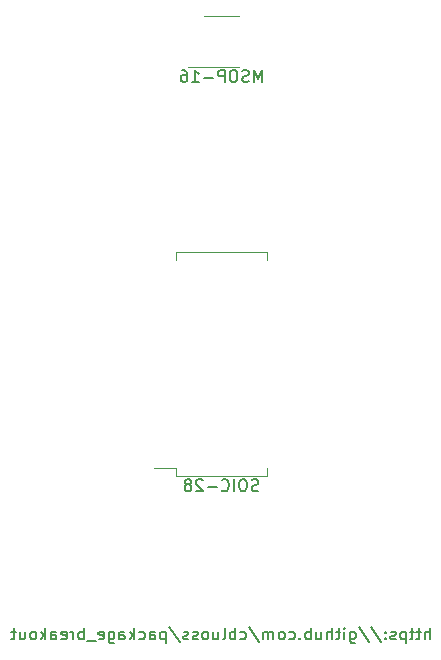
<source format=gbr>
%TF.GenerationSoftware,KiCad,Pcbnew,5.1.5+dfsg1-2build2*%
%TF.CreationDate,2021-12-31T02:56:54+01:00*%
%TF.ProjectId,chip-breakout,63686970-2d62-4726-9561-6b6f75742e6b,rev?*%
%TF.SameCoordinates,Original*%
%TF.FileFunction,Legend,Bot*%
%TF.FilePolarity,Positive*%
%FSLAX46Y46*%
G04 Gerber Fmt 4.6, Leading zero omitted, Abs format (unit mm)*
G04 Created by KiCad (PCBNEW 5.1.5+dfsg1-2build2) date 2021-12-31 02:56:54*
%MOMM*%
%LPD*%
G04 APERTURE LIST*
%ADD10C,0.150000*%
%ADD11C,0.120000*%
%ADD12O,1.802000X1.802000*%
%ADD13R,1.802000X1.802000*%
%ADD14C,0.100000*%
%ADD15C,3.302000*%
%ADD16O,2.502000X1.702000*%
%ADD17R,2.502000X1.702000*%
G04 APERTURE END LIST*
D10*
X137022857Y-84907380D02*
X137022857Y-83907380D01*
X136594285Y-84907380D02*
X136594285Y-84383571D01*
X136641904Y-84288333D01*
X136737142Y-84240714D01*
X136880000Y-84240714D01*
X136975238Y-84288333D01*
X137022857Y-84335952D01*
X136260952Y-84240714D02*
X135880000Y-84240714D01*
X136118095Y-83907380D02*
X136118095Y-84764523D01*
X136070476Y-84859761D01*
X135975238Y-84907380D01*
X135880000Y-84907380D01*
X135689523Y-84240714D02*
X135308571Y-84240714D01*
X135546666Y-83907380D02*
X135546666Y-84764523D01*
X135499047Y-84859761D01*
X135403809Y-84907380D01*
X135308571Y-84907380D01*
X134975238Y-84240714D02*
X134975238Y-85240714D01*
X134975238Y-84288333D02*
X134880000Y-84240714D01*
X134689523Y-84240714D01*
X134594285Y-84288333D01*
X134546666Y-84335952D01*
X134499047Y-84431190D01*
X134499047Y-84716904D01*
X134546666Y-84812142D01*
X134594285Y-84859761D01*
X134689523Y-84907380D01*
X134880000Y-84907380D01*
X134975238Y-84859761D01*
X134118095Y-84859761D02*
X134022857Y-84907380D01*
X133832380Y-84907380D01*
X133737142Y-84859761D01*
X133689523Y-84764523D01*
X133689523Y-84716904D01*
X133737142Y-84621666D01*
X133832380Y-84574047D01*
X133975238Y-84574047D01*
X134070476Y-84526428D01*
X134118095Y-84431190D01*
X134118095Y-84383571D01*
X134070476Y-84288333D01*
X133975238Y-84240714D01*
X133832380Y-84240714D01*
X133737142Y-84288333D01*
X133260952Y-84812142D02*
X133213333Y-84859761D01*
X133260952Y-84907380D01*
X133308571Y-84859761D01*
X133260952Y-84812142D01*
X133260952Y-84907380D01*
X133260952Y-84288333D02*
X133213333Y-84335952D01*
X133260952Y-84383571D01*
X133308571Y-84335952D01*
X133260952Y-84288333D01*
X133260952Y-84383571D01*
X132070476Y-83859761D02*
X132927619Y-85145476D01*
X131022857Y-83859761D02*
X131880000Y-85145476D01*
X130260952Y-84240714D02*
X130260952Y-85050238D01*
X130308571Y-85145476D01*
X130356190Y-85193095D01*
X130451428Y-85240714D01*
X130594285Y-85240714D01*
X130689523Y-85193095D01*
X130260952Y-84859761D02*
X130356190Y-84907380D01*
X130546666Y-84907380D01*
X130641904Y-84859761D01*
X130689523Y-84812142D01*
X130737142Y-84716904D01*
X130737142Y-84431190D01*
X130689523Y-84335952D01*
X130641904Y-84288333D01*
X130546666Y-84240714D01*
X130356190Y-84240714D01*
X130260952Y-84288333D01*
X129784761Y-84907380D02*
X129784761Y-84240714D01*
X129784761Y-83907380D02*
X129832380Y-83955000D01*
X129784761Y-84002619D01*
X129737142Y-83955000D01*
X129784761Y-83907380D01*
X129784761Y-84002619D01*
X129451428Y-84240714D02*
X129070476Y-84240714D01*
X129308571Y-83907380D02*
X129308571Y-84764523D01*
X129260952Y-84859761D01*
X129165714Y-84907380D01*
X129070476Y-84907380D01*
X128737142Y-84907380D02*
X128737142Y-83907380D01*
X128308571Y-84907380D02*
X128308571Y-84383571D01*
X128356190Y-84288333D01*
X128451428Y-84240714D01*
X128594285Y-84240714D01*
X128689523Y-84288333D01*
X128737142Y-84335952D01*
X127403809Y-84240714D02*
X127403809Y-84907380D01*
X127832380Y-84240714D02*
X127832380Y-84764523D01*
X127784761Y-84859761D01*
X127689523Y-84907380D01*
X127546666Y-84907380D01*
X127451428Y-84859761D01*
X127403809Y-84812142D01*
X126927619Y-84907380D02*
X126927619Y-83907380D01*
X126927619Y-84288333D02*
X126832380Y-84240714D01*
X126641904Y-84240714D01*
X126546666Y-84288333D01*
X126499047Y-84335952D01*
X126451428Y-84431190D01*
X126451428Y-84716904D01*
X126499047Y-84812142D01*
X126546666Y-84859761D01*
X126641904Y-84907380D01*
X126832380Y-84907380D01*
X126927619Y-84859761D01*
X126022857Y-84812142D02*
X125975238Y-84859761D01*
X126022857Y-84907380D01*
X126070476Y-84859761D01*
X126022857Y-84812142D01*
X126022857Y-84907380D01*
X125118095Y-84859761D02*
X125213333Y-84907380D01*
X125403809Y-84907380D01*
X125499047Y-84859761D01*
X125546666Y-84812142D01*
X125594285Y-84716904D01*
X125594285Y-84431190D01*
X125546666Y-84335952D01*
X125499047Y-84288333D01*
X125403809Y-84240714D01*
X125213333Y-84240714D01*
X125118095Y-84288333D01*
X124546666Y-84907380D02*
X124641904Y-84859761D01*
X124689523Y-84812142D01*
X124737142Y-84716904D01*
X124737142Y-84431190D01*
X124689523Y-84335952D01*
X124641904Y-84288333D01*
X124546666Y-84240714D01*
X124403809Y-84240714D01*
X124308571Y-84288333D01*
X124260952Y-84335952D01*
X124213333Y-84431190D01*
X124213333Y-84716904D01*
X124260952Y-84812142D01*
X124308571Y-84859761D01*
X124403809Y-84907380D01*
X124546666Y-84907380D01*
X123784761Y-84907380D02*
X123784761Y-84240714D01*
X123784761Y-84335952D02*
X123737142Y-84288333D01*
X123641904Y-84240714D01*
X123499047Y-84240714D01*
X123403809Y-84288333D01*
X123356190Y-84383571D01*
X123356190Y-84907380D01*
X123356190Y-84383571D02*
X123308571Y-84288333D01*
X123213333Y-84240714D01*
X123070476Y-84240714D01*
X122975238Y-84288333D01*
X122927619Y-84383571D01*
X122927619Y-84907380D01*
X121737142Y-83859761D02*
X122594285Y-85145476D01*
X120975238Y-84859761D02*
X121070476Y-84907380D01*
X121260952Y-84907380D01*
X121356190Y-84859761D01*
X121403809Y-84812142D01*
X121451428Y-84716904D01*
X121451428Y-84431190D01*
X121403809Y-84335952D01*
X121356190Y-84288333D01*
X121260952Y-84240714D01*
X121070476Y-84240714D01*
X120975238Y-84288333D01*
X120546666Y-84907380D02*
X120546666Y-83907380D01*
X120546666Y-84288333D02*
X120451428Y-84240714D01*
X120260952Y-84240714D01*
X120165714Y-84288333D01*
X120118095Y-84335952D01*
X120070476Y-84431190D01*
X120070476Y-84716904D01*
X120118095Y-84812142D01*
X120165714Y-84859761D01*
X120260952Y-84907380D01*
X120451428Y-84907380D01*
X120546666Y-84859761D01*
X119499047Y-84907380D02*
X119594285Y-84859761D01*
X119641904Y-84764523D01*
X119641904Y-83907380D01*
X118689523Y-84240714D02*
X118689523Y-84907380D01*
X119118095Y-84240714D02*
X119118095Y-84764523D01*
X119070476Y-84859761D01*
X118975238Y-84907380D01*
X118832380Y-84907380D01*
X118737142Y-84859761D01*
X118689523Y-84812142D01*
X118070476Y-84907380D02*
X118165714Y-84859761D01*
X118213333Y-84812142D01*
X118260952Y-84716904D01*
X118260952Y-84431190D01*
X118213333Y-84335952D01*
X118165714Y-84288333D01*
X118070476Y-84240714D01*
X117927619Y-84240714D01*
X117832380Y-84288333D01*
X117784761Y-84335952D01*
X117737142Y-84431190D01*
X117737142Y-84716904D01*
X117784761Y-84812142D01*
X117832380Y-84859761D01*
X117927619Y-84907380D01*
X118070476Y-84907380D01*
X117356190Y-84859761D02*
X117260952Y-84907380D01*
X117070476Y-84907380D01*
X116975238Y-84859761D01*
X116927619Y-84764523D01*
X116927619Y-84716904D01*
X116975238Y-84621666D01*
X117070476Y-84574047D01*
X117213333Y-84574047D01*
X117308571Y-84526428D01*
X117356190Y-84431190D01*
X117356190Y-84383571D01*
X117308571Y-84288333D01*
X117213333Y-84240714D01*
X117070476Y-84240714D01*
X116975238Y-84288333D01*
X116546666Y-84859761D02*
X116451428Y-84907380D01*
X116260952Y-84907380D01*
X116165714Y-84859761D01*
X116118095Y-84764523D01*
X116118095Y-84716904D01*
X116165714Y-84621666D01*
X116260952Y-84574047D01*
X116403809Y-84574047D01*
X116499047Y-84526428D01*
X116546666Y-84431190D01*
X116546666Y-84383571D01*
X116499047Y-84288333D01*
X116403809Y-84240714D01*
X116260952Y-84240714D01*
X116165714Y-84288333D01*
X114975238Y-83859761D02*
X115832380Y-85145476D01*
X114641904Y-84240714D02*
X114641904Y-85240714D01*
X114641904Y-84288333D02*
X114546666Y-84240714D01*
X114356190Y-84240714D01*
X114260952Y-84288333D01*
X114213333Y-84335952D01*
X114165714Y-84431190D01*
X114165714Y-84716904D01*
X114213333Y-84812142D01*
X114260952Y-84859761D01*
X114356190Y-84907380D01*
X114546666Y-84907380D01*
X114641904Y-84859761D01*
X113308571Y-84907380D02*
X113308571Y-84383571D01*
X113356190Y-84288333D01*
X113451428Y-84240714D01*
X113641904Y-84240714D01*
X113737142Y-84288333D01*
X113308571Y-84859761D02*
X113403809Y-84907380D01*
X113641904Y-84907380D01*
X113737142Y-84859761D01*
X113784761Y-84764523D01*
X113784761Y-84669285D01*
X113737142Y-84574047D01*
X113641904Y-84526428D01*
X113403809Y-84526428D01*
X113308571Y-84478809D01*
X112403809Y-84859761D02*
X112499047Y-84907380D01*
X112689523Y-84907380D01*
X112784761Y-84859761D01*
X112832380Y-84812142D01*
X112880000Y-84716904D01*
X112880000Y-84431190D01*
X112832380Y-84335952D01*
X112784761Y-84288333D01*
X112689523Y-84240714D01*
X112499047Y-84240714D01*
X112403809Y-84288333D01*
X111975238Y-84907380D02*
X111975238Y-83907380D01*
X111880000Y-84526428D02*
X111594285Y-84907380D01*
X111594285Y-84240714D02*
X111975238Y-84621666D01*
X110737142Y-84907380D02*
X110737142Y-84383571D01*
X110784761Y-84288333D01*
X110880000Y-84240714D01*
X111070476Y-84240714D01*
X111165714Y-84288333D01*
X110737142Y-84859761D02*
X110832380Y-84907380D01*
X111070476Y-84907380D01*
X111165714Y-84859761D01*
X111213333Y-84764523D01*
X111213333Y-84669285D01*
X111165714Y-84574047D01*
X111070476Y-84526428D01*
X110832380Y-84526428D01*
X110737142Y-84478809D01*
X109832380Y-84240714D02*
X109832380Y-85050238D01*
X109880000Y-85145476D01*
X109927619Y-85193095D01*
X110022857Y-85240714D01*
X110165714Y-85240714D01*
X110260952Y-85193095D01*
X109832380Y-84859761D02*
X109927619Y-84907380D01*
X110118095Y-84907380D01*
X110213333Y-84859761D01*
X110260952Y-84812142D01*
X110308571Y-84716904D01*
X110308571Y-84431190D01*
X110260952Y-84335952D01*
X110213333Y-84288333D01*
X110118095Y-84240714D01*
X109927619Y-84240714D01*
X109832380Y-84288333D01*
X108975238Y-84859761D02*
X109070476Y-84907380D01*
X109260952Y-84907380D01*
X109356190Y-84859761D01*
X109403809Y-84764523D01*
X109403809Y-84383571D01*
X109356190Y-84288333D01*
X109260952Y-84240714D01*
X109070476Y-84240714D01*
X108975238Y-84288333D01*
X108927619Y-84383571D01*
X108927619Y-84478809D01*
X109403809Y-84574047D01*
X108737142Y-85002619D02*
X107975238Y-85002619D01*
X107737142Y-84907380D02*
X107737142Y-83907380D01*
X107737142Y-84288333D02*
X107641904Y-84240714D01*
X107451428Y-84240714D01*
X107356190Y-84288333D01*
X107308571Y-84335952D01*
X107260952Y-84431190D01*
X107260952Y-84716904D01*
X107308571Y-84812142D01*
X107356190Y-84859761D01*
X107451428Y-84907380D01*
X107641904Y-84907380D01*
X107737142Y-84859761D01*
X106832380Y-84907380D02*
X106832380Y-84240714D01*
X106832380Y-84431190D02*
X106784761Y-84335952D01*
X106737142Y-84288333D01*
X106641904Y-84240714D01*
X106546666Y-84240714D01*
X105832380Y-84859761D02*
X105927619Y-84907380D01*
X106118095Y-84907380D01*
X106213333Y-84859761D01*
X106260952Y-84764523D01*
X106260952Y-84383571D01*
X106213333Y-84288333D01*
X106118095Y-84240714D01*
X105927619Y-84240714D01*
X105832380Y-84288333D01*
X105784761Y-84383571D01*
X105784761Y-84478809D01*
X106260952Y-84574047D01*
X104927619Y-84907380D02*
X104927619Y-84383571D01*
X104975238Y-84288333D01*
X105070476Y-84240714D01*
X105260952Y-84240714D01*
X105356190Y-84288333D01*
X104927619Y-84859761D02*
X105022857Y-84907380D01*
X105260952Y-84907380D01*
X105356190Y-84859761D01*
X105403809Y-84764523D01*
X105403809Y-84669285D01*
X105356190Y-84574047D01*
X105260952Y-84526428D01*
X105022857Y-84526428D01*
X104927619Y-84478809D01*
X104451428Y-84907380D02*
X104451428Y-83907380D01*
X104356190Y-84526428D02*
X104070476Y-84907380D01*
X104070476Y-84240714D02*
X104451428Y-84621666D01*
X103499047Y-84907380D02*
X103594285Y-84859761D01*
X103641904Y-84812142D01*
X103689523Y-84716904D01*
X103689523Y-84431190D01*
X103641904Y-84335952D01*
X103594285Y-84288333D01*
X103499047Y-84240714D01*
X103356190Y-84240714D01*
X103260952Y-84288333D01*
X103213333Y-84335952D01*
X103165714Y-84431190D01*
X103165714Y-84716904D01*
X103213333Y-84812142D01*
X103260952Y-84859761D01*
X103356190Y-84907380D01*
X103499047Y-84907380D01*
X102308571Y-84240714D02*
X102308571Y-84907380D01*
X102737142Y-84240714D02*
X102737142Y-84764523D01*
X102689523Y-84859761D01*
X102594285Y-84907380D01*
X102451428Y-84907380D01*
X102356190Y-84859761D01*
X102308571Y-84812142D01*
X101975238Y-84240714D02*
X101594285Y-84240714D01*
X101832380Y-83907380D02*
X101832380Y-84764523D01*
X101784761Y-84859761D01*
X101689523Y-84907380D01*
X101594285Y-84907380D01*
D11*
X115520000Y-70410000D02*
X113680000Y-70410000D01*
X115520000Y-71055000D02*
X115520000Y-70410000D01*
X119380000Y-71055000D02*
X115520000Y-71055000D01*
X123240000Y-71055000D02*
X123240000Y-70410000D01*
X119380000Y-71055000D02*
X123240000Y-71055000D01*
X115520000Y-52135000D02*
X115520000Y-52780000D01*
X119380000Y-52135000D02*
X115520000Y-52135000D01*
X123240000Y-52135000D02*
X123240000Y-52780000D01*
X119380000Y-52135000D02*
X123240000Y-52135000D01*
X119380000Y-36450000D02*
X116505000Y-36450000D01*
X119380000Y-36450000D02*
X120880000Y-36450000D01*
X119380000Y-32130000D02*
X117880000Y-32130000D01*
X119380000Y-32130000D02*
X120880000Y-32130000D01*
D10*
X122499047Y-72299761D02*
X122356190Y-72347380D01*
X122118095Y-72347380D01*
X122022857Y-72299761D01*
X121975238Y-72252142D01*
X121927619Y-72156904D01*
X121927619Y-72061666D01*
X121975238Y-71966428D01*
X122022857Y-71918809D01*
X122118095Y-71871190D01*
X122308571Y-71823571D01*
X122403809Y-71775952D01*
X122451428Y-71728333D01*
X122499047Y-71633095D01*
X122499047Y-71537857D01*
X122451428Y-71442619D01*
X122403809Y-71395000D01*
X122308571Y-71347380D01*
X122070476Y-71347380D01*
X121927619Y-71395000D01*
X121308571Y-71347380D02*
X121118095Y-71347380D01*
X121022857Y-71395000D01*
X120927619Y-71490238D01*
X120880000Y-71680714D01*
X120880000Y-72014047D01*
X120927619Y-72204523D01*
X121022857Y-72299761D01*
X121118095Y-72347380D01*
X121308571Y-72347380D01*
X121403809Y-72299761D01*
X121499047Y-72204523D01*
X121546666Y-72014047D01*
X121546666Y-71680714D01*
X121499047Y-71490238D01*
X121403809Y-71395000D01*
X121308571Y-71347380D01*
X120451428Y-72347380D02*
X120451428Y-71347380D01*
X119403809Y-72252142D02*
X119451428Y-72299761D01*
X119594285Y-72347380D01*
X119689523Y-72347380D01*
X119832380Y-72299761D01*
X119927619Y-72204523D01*
X119975238Y-72109285D01*
X120022857Y-71918809D01*
X120022857Y-71775952D01*
X119975238Y-71585476D01*
X119927619Y-71490238D01*
X119832380Y-71395000D01*
X119689523Y-71347380D01*
X119594285Y-71347380D01*
X119451428Y-71395000D01*
X119403809Y-71442619D01*
X118975238Y-71966428D02*
X118213333Y-71966428D01*
X117784761Y-71442619D02*
X117737142Y-71395000D01*
X117641904Y-71347380D01*
X117403809Y-71347380D01*
X117308571Y-71395000D01*
X117260952Y-71442619D01*
X117213333Y-71537857D01*
X117213333Y-71633095D01*
X117260952Y-71775952D01*
X117832380Y-72347380D01*
X117213333Y-72347380D01*
X116641904Y-71775952D02*
X116737142Y-71728333D01*
X116784761Y-71680714D01*
X116832380Y-71585476D01*
X116832380Y-71537857D01*
X116784761Y-71442619D01*
X116737142Y-71395000D01*
X116641904Y-71347380D01*
X116451428Y-71347380D01*
X116356190Y-71395000D01*
X116308571Y-71442619D01*
X116260952Y-71537857D01*
X116260952Y-71585476D01*
X116308571Y-71680714D01*
X116356190Y-71728333D01*
X116451428Y-71775952D01*
X116641904Y-71775952D01*
X116737142Y-71823571D01*
X116784761Y-71871190D01*
X116832380Y-71966428D01*
X116832380Y-72156904D01*
X116784761Y-72252142D01*
X116737142Y-72299761D01*
X116641904Y-72347380D01*
X116451428Y-72347380D01*
X116356190Y-72299761D01*
X116308571Y-72252142D01*
X116260952Y-72156904D01*
X116260952Y-71966428D01*
X116308571Y-71871190D01*
X116356190Y-71823571D01*
X116451428Y-71775952D01*
X122784761Y-37712380D02*
X122784761Y-36712380D01*
X122451428Y-37426666D01*
X122118095Y-36712380D01*
X122118095Y-37712380D01*
X121689523Y-37664761D02*
X121546666Y-37712380D01*
X121308571Y-37712380D01*
X121213333Y-37664761D01*
X121165714Y-37617142D01*
X121118095Y-37521904D01*
X121118095Y-37426666D01*
X121165714Y-37331428D01*
X121213333Y-37283809D01*
X121308571Y-37236190D01*
X121499047Y-37188571D01*
X121594285Y-37140952D01*
X121641904Y-37093333D01*
X121689523Y-36998095D01*
X121689523Y-36902857D01*
X121641904Y-36807619D01*
X121594285Y-36760000D01*
X121499047Y-36712380D01*
X121260952Y-36712380D01*
X121118095Y-36760000D01*
X120499047Y-36712380D02*
X120308571Y-36712380D01*
X120213333Y-36760000D01*
X120118095Y-36855238D01*
X120070476Y-37045714D01*
X120070476Y-37379047D01*
X120118095Y-37569523D01*
X120213333Y-37664761D01*
X120308571Y-37712380D01*
X120499047Y-37712380D01*
X120594285Y-37664761D01*
X120689523Y-37569523D01*
X120737142Y-37379047D01*
X120737142Y-37045714D01*
X120689523Y-36855238D01*
X120594285Y-36760000D01*
X120499047Y-36712380D01*
X119641904Y-37712380D02*
X119641904Y-36712380D01*
X119260952Y-36712380D01*
X119165714Y-36760000D01*
X119118095Y-36807619D01*
X119070476Y-36902857D01*
X119070476Y-37045714D01*
X119118095Y-37140952D01*
X119165714Y-37188571D01*
X119260952Y-37236190D01*
X119641904Y-37236190D01*
X118641904Y-37331428D02*
X117880000Y-37331428D01*
X116880000Y-37712380D02*
X117451428Y-37712380D01*
X117165714Y-37712380D02*
X117165714Y-36712380D01*
X117260952Y-36855238D01*
X117356190Y-36950476D01*
X117451428Y-36998095D01*
X116022857Y-36712380D02*
X116213333Y-36712380D01*
X116308571Y-36760000D01*
X116356190Y-36807619D01*
X116451428Y-36950476D01*
X116499047Y-37140952D01*
X116499047Y-37521904D01*
X116451428Y-37617142D01*
X116403809Y-37664761D01*
X116308571Y-37712380D01*
X116118095Y-37712380D01*
X116022857Y-37664761D01*
X115975238Y-37617142D01*
X115927619Y-37521904D01*
X115927619Y-37283809D01*
X115975238Y-37188571D01*
X116022857Y-37140952D01*
X116118095Y-37093333D01*
X116308571Y-37093333D01*
X116403809Y-37140952D01*
X116451428Y-37188571D01*
X116499047Y-37283809D01*
%LPC*%
D12*
X142240000Y-101600000D03*
X139700000Y-101600000D03*
X142240000Y-99060000D03*
X139700000Y-99060000D03*
X142240000Y-96520000D03*
X139700000Y-96520000D03*
X142240000Y-93980000D03*
X139700000Y-93980000D03*
X142240000Y-91440000D03*
X139700000Y-91440000D03*
X142240000Y-88900000D03*
X139700000Y-88900000D03*
X142240000Y-86360000D03*
X139700000Y-86360000D03*
X142240000Y-83820000D03*
X139700000Y-83820000D03*
X142240000Y-81280000D03*
X139700000Y-81280000D03*
X142240000Y-78740000D03*
X139700000Y-78740000D03*
X142240000Y-76200000D03*
X139700000Y-76200000D03*
X142240000Y-73660000D03*
X139700000Y-73660000D03*
X142240000Y-71120000D03*
X139700000Y-71120000D03*
X142240000Y-68580000D03*
X139700000Y-68580000D03*
X142240000Y-66040000D03*
X139700000Y-66040000D03*
X142240000Y-63500000D03*
X139700000Y-63500000D03*
X142240000Y-60960000D03*
X139700000Y-60960000D03*
X142240000Y-58420000D03*
X139700000Y-58420000D03*
X142240000Y-55880000D03*
X139700000Y-55880000D03*
X142240000Y-53340000D03*
X139700000Y-53340000D03*
X142240000Y-50800000D03*
X139700000Y-50800000D03*
X142240000Y-48260000D03*
X139700000Y-48260000D03*
X142240000Y-45720000D03*
X139700000Y-45720000D03*
X142240000Y-43180000D03*
X139700000Y-43180000D03*
X142240000Y-40640000D03*
X139700000Y-40640000D03*
X142240000Y-38100000D03*
X139700000Y-38100000D03*
X142240000Y-35560000D03*
X139700000Y-35560000D03*
X142240000Y-33020000D03*
X139700000Y-33020000D03*
X142240000Y-30480000D03*
X139700000Y-30480000D03*
X142240000Y-27940000D03*
D13*
X139700000Y-27940000D03*
D14*
G36*
X124972702Y-69499845D02*
G01*
X124989738Y-69502372D01*
X125006445Y-69506557D01*
X125022661Y-69512359D01*
X125038230Y-69519723D01*
X125053003Y-69528577D01*
X125066836Y-69538837D01*
X125079597Y-69550403D01*
X125091163Y-69563164D01*
X125101423Y-69576997D01*
X125110277Y-69591770D01*
X125117641Y-69607339D01*
X125123443Y-69623555D01*
X125127628Y-69640262D01*
X125130155Y-69657298D01*
X125131000Y-69674500D01*
X125131000Y-70025500D01*
X125130155Y-70042702D01*
X125127628Y-70059738D01*
X125123443Y-70076445D01*
X125117641Y-70092661D01*
X125110277Y-70108230D01*
X125101423Y-70123003D01*
X125091163Y-70136836D01*
X125079597Y-70149597D01*
X125066836Y-70161163D01*
X125053003Y-70171423D01*
X125038230Y-70180277D01*
X125022661Y-70187641D01*
X125006445Y-70193443D01*
X124989738Y-70197628D01*
X124972702Y-70200155D01*
X124955500Y-70201000D01*
X123404500Y-70201000D01*
X123387298Y-70200155D01*
X123370262Y-70197628D01*
X123353555Y-70193443D01*
X123337339Y-70187641D01*
X123321770Y-70180277D01*
X123306997Y-70171423D01*
X123293164Y-70161163D01*
X123280403Y-70149597D01*
X123268837Y-70136836D01*
X123258577Y-70123003D01*
X123249723Y-70108230D01*
X123242359Y-70092661D01*
X123236557Y-70076445D01*
X123232372Y-70059738D01*
X123229845Y-70042702D01*
X123229000Y-70025500D01*
X123229000Y-69674500D01*
X123229845Y-69657298D01*
X123232372Y-69640262D01*
X123236557Y-69623555D01*
X123242359Y-69607339D01*
X123249723Y-69591770D01*
X123258577Y-69576997D01*
X123268837Y-69563164D01*
X123280403Y-69550403D01*
X123293164Y-69538837D01*
X123306997Y-69528577D01*
X123321770Y-69519723D01*
X123337339Y-69512359D01*
X123353555Y-69506557D01*
X123370262Y-69502372D01*
X123387298Y-69499845D01*
X123404500Y-69499000D01*
X124955500Y-69499000D01*
X124972702Y-69499845D01*
G37*
G36*
X124972702Y-68229845D02*
G01*
X124989738Y-68232372D01*
X125006445Y-68236557D01*
X125022661Y-68242359D01*
X125038230Y-68249723D01*
X125053003Y-68258577D01*
X125066836Y-68268837D01*
X125079597Y-68280403D01*
X125091163Y-68293164D01*
X125101423Y-68306997D01*
X125110277Y-68321770D01*
X125117641Y-68337339D01*
X125123443Y-68353555D01*
X125127628Y-68370262D01*
X125130155Y-68387298D01*
X125131000Y-68404500D01*
X125131000Y-68755500D01*
X125130155Y-68772702D01*
X125127628Y-68789738D01*
X125123443Y-68806445D01*
X125117641Y-68822661D01*
X125110277Y-68838230D01*
X125101423Y-68853003D01*
X125091163Y-68866836D01*
X125079597Y-68879597D01*
X125066836Y-68891163D01*
X125053003Y-68901423D01*
X125038230Y-68910277D01*
X125022661Y-68917641D01*
X125006445Y-68923443D01*
X124989738Y-68927628D01*
X124972702Y-68930155D01*
X124955500Y-68931000D01*
X123404500Y-68931000D01*
X123387298Y-68930155D01*
X123370262Y-68927628D01*
X123353555Y-68923443D01*
X123337339Y-68917641D01*
X123321770Y-68910277D01*
X123306997Y-68901423D01*
X123293164Y-68891163D01*
X123280403Y-68879597D01*
X123268837Y-68866836D01*
X123258577Y-68853003D01*
X123249723Y-68838230D01*
X123242359Y-68822661D01*
X123236557Y-68806445D01*
X123232372Y-68789738D01*
X123229845Y-68772702D01*
X123229000Y-68755500D01*
X123229000Y-68404500D01*
X123229845Y-68387298D01*
X123232372Y-68370262D01*
X123236557Y-68353555D01*
X123242359Y-68337339D01*
X123249723Y-68321770D01*
X123258577Y-68306997D01*
X123268837Y-68293164D01*
X123280403Y-68280403D01*
X123293164Y-68268837D01*
X123306997Y-68258577D01*
X123321770Y-68249723D01*
X123337339Y-68242359D01*
X123353555Y-68236557D01*
X123370262Y-68232372D01*
X123387298Y-68229845D01*
X123404500Y-68229000D01*
X124955500Y-68229000D01*
X124972702Y-68229845D01*
G37*
G36*
X124972702Y-66959845D02*
G01*
X124989738Y-66962372D01*
X125006445Y-66966557D01*
X125022661Y-66972359D01*
X125038230Y-66979723D01*
X125053003Y-66988577D01*
X125066836Y-66998837D01*
X125079597Y-67010403D01*
X125091163Y-67023164D01*
X125101423Y-67036997D01*
X125110277Y-67051770D01*
X125117641Y-67067339D01*
X125123443Y-67083555D01*
X125127628Y-67100262D01*
X125130155Y-67117298D01*
X125131000Y-67134500D01*
X125131000Y-67485500D01*
X125130155Y-67502702D01*
X125127628Y-67519738D01*
X125123443Y-67536445D01*
X125117641Y-67552661D01*
X125110277Y-67568230D01*
X125101423Y-67583003D01*
X125091163Y-67596836D01*
X125079597Y-67609597D01*
X125066836Y-67621163D01*
X125053003Y-67631423D01*
X125038230Y-67640277D01*
X125022661Y-67647641D01*
X125006445Y-67653443D01*
X124989738Y-67657628D01*
X124972702Y-67660155D01*
X124955500Y-67661000D01*
X123404500Y-67661000D01*
X123387298Y-67660155D01*
X123370262Y-67657628D01*
X123353555Y-67653443D01*
X123337339Y-67647641D01*
X123321770Y-67640277D01*
X123306997Y-67631423D01*
X123293164Y-67621163D01*
X123280403Y-67609597D01*
X123268837Y-67596836D01*
X123258577Y-67583003D01*
X123249723Y-67568230D01*
X123242359Y-67552661D01*
X123236557Y-67536445D01*
X123232372Y-67519738D01*
X123229845Y-67502702D01*
X123229000Y-67485500D01*
X123229000Y-67134500D01*
X123229845Y-67117298D01*
X123232372Y-67100262D01*
X123236557Y-67083555D01*
X123242359Y-67067339D01*
X123249723Y-67051770D01*
X123258577Y-67036997D01*
X123268837Y-67023164D01*
X123280403Y-67010403D01*
X123293164Y-66998837D01*
X123306997Y-66988577D01*
X123321770Y-66979723D01*
X123337339Y-66972359D01*
X123353555Y-66966557D01*
X123370262Y-66962372D01*
X123387298Y-66959845D01*
X123404500Y-66959000D01*
X124955500Y-66959000D01*
X124972702Y-66959845D01*
G37*
G36*
X124972702Y-65689845D02*
G01*
X124989738Y-65692372D01*
X125006445Y-65696557D01*
X125022661Y-65702359D01*
X125038230Y-65709723D01*
X125053003Y-65718577D01*
X125066836Y-65728837D01*
X125079597Y-65740403D01*
X125091163Y-65753164D01*
X125101423Y-65766997D01*
X125110277Y-65781770D01*
X125117641Y-65797339D01*
X125123443Y-65813555D01*
X125127628Y-65830262D01*
X125130155Y-65847298D01*
X125131000Y-65864500D01*
X125131000Y-66215500D01*
X125130155Y-66232702D01*
X125127628Y-66249738D01*
X125123443Y-66266445D01*
X125117641Y-66282661D01*
X125110277Y-66298230D01*
X125101423Y-66313003D01*
X125091163Y-66326836D01*
X125079597Y-66339597D01*
X125066836Y-66351163D01*
X125053003Y-66361423D01*
X125038230Y-66370277D01*
X125022661Y-66377641D01*
X125006445Y-66383443D01*
X124989738Y-66387628D01*
X124972702Y-66390155D01*
X124955500Y-66391000D01*
X123404500Y-66391000D01*
X123387298Y-66390155D01*
X123370262Y-66387628D01*
X123353555Y-66383443D01*
X123337339Y-66377641D01*
X123321770Y-66370277D01*
X123306997Y-66361423D01*
X123293164Y-66351163D01*
X123280403Y-66339597D01*
X123268837Y-66326836D01*
X123258577Y-66313003D01*
X123249723Y-66298230D01*
X123242359Y-66282661D01*
X123236557Y-66266445D01*
X123232372Y-66249738D01*
X123229845Y-66232702D01*
X123229000Y-66215500D01*
X123229000Y-65864500D01*
X123229845Y-65847298D01*
X123232372Y-65830262D01*
X123236557Y-65813555D01*
X123242359Y-65797339D01*
X123249723Y-65781770D01*
X123258577Y-65766997D01*
X123268837Y-65753164D01*
X123280403Y-65740403D01*
X123293164Y-65728837D01*
X123306997Y-65718577D01*
X123321770Y-65709723D01*
X123337339Y-65702359D01*
X123353555Y-65696557D01*
X123370262Y-65692372D01*
X123387298Y-65689845D01*
X123404500Y-65689000D01*
X124955500Y-65689000D01*
X124972702Y-65689845D01*
G37*
G36*
X124972702Y-64419845D02*
G01*
X124989738Y-64422372D01*
X125006445Y-64426557D01*
X125022661Y-64432359D01*
X125038230Y-64439723D01*
X125053003Y-64448577D01*
X125066836Y-64458837D01*
X125079597Y-64470403D01*
X125091163Y-64483164D01*
X125101423Y-64496997D01*
X125110277Y-64511770D01*
X125117641Y-64527339D01*
X125123443Y-64543555D01*
X125127628Y-64560262D01*
X125130155Y-64577298D01*
X125131000Y-64594500D01*
X125131000Y-64945500D01*
X125130155Y-64962702D01*
X125127628Y-64979738D01*
X125123443Y-64996445D01*
X125117641Y-65012661D01*
X125110277Y-65028230D01*
X125101423Y-65043003D01*
X125091163Y-65056836D01*
X125079597Y-65069597D01*
X125066836Y-65081163D01*
X125053003Y-65091423D01*
X125038230Y-65100277D01*
X125022661Y-65107641D01*
X125006445Y-65113443D01*
X124989738Y-65117628D01*
X124972702Y-65120155D01*
X124955500Y-65121000D01*
X123404500Y-65121000D01*
X123387298Y-65120155D01*
X123370262Y-65117628D01*
X123353555Y-65113443D01*
X123337339Y-65107641D01*
X123321770Y-65100277D01*
X123306997Y-65091423D01*
X123293164Y-65081163D01*
X123280403Y-65069597D01*
X123268837Y-65056836D01*
X123258577Y-65043003D01*
X123249723Y-65028230D01*
X123242359Y-65012661D01*
X123236557Y-64996445D01*
X123232372Y-64979738D01*
X123229845Y-64962702D01*
X123229000Y-64945500D01*
X123229000Y-64594500D01*
X123229845Y-64577298D01*
X123232372Y-64560262D01*
X123236557Y-64543555D01*
X123242359Y-64527339D01*
X123249723Y-64511770D01*
X123258577Y-64496997D01*
X123268837Y-64483164D01*
X123280403Y-64470403D01*
X123293164Y-64458837D01*
X123306997Y-64448577D01*
X123321770Y-64439723D01*
X123337339Y-64432359D01*
X123353555Y-64426557D01*
X123370262Y-64422372D01*
X123387298Y-64419845D01*
X123404500Y-64419000D01*
X124955500Y-64419000D01*
X124972702Y-64419845D01*
G37*
G36*
X124972702Y-63149845D02*
G01*
X124989738Y-63152372D01*
X125006445Y-63156557D01*
X125022661Y-63162359D01*
X125038230Y-63169723D01*
X125053003Y-63178577D01*
X125066836Y-63188837D01*
X125079597Y-63200403D01*
X125091163Y-63213164D01*
X125101423Y-63226997D01*
X125110277Y-63241770D01*
X125117641Y-63257339D01*
X125123443Y-63273555D01*
X125127628Y-63290262D01*
X125130155Y-63307298D01*
X125131000Y-63324500D01*
X125131000Y-63675500D01*
X125130155Y-63692702D01*
X125127628Y-63709738D01*
X125123443Y-63726445D01*
X125117641Y-63742661D01*
X125110277Y-63758230D01*
X125101423Y-63773003D01*
X125091163Y-63786836D01*
X125079597Y-63799597D01*
X125066836Y-63811163D01*
X125053003Y-63821423D01*
X125038230Y-63830277D01*
X125022661Y-63837641D01*
X125006445Y-63843443D01*
X124989738Y-63847628D01*
X124972702Y-63850155D01*
X124955500Y-63851000D01*
X123404500Y-63851000D01*
X123387298Y-63850155D01*
X123370262Y-63847628D01*
X123353555Y-63843443D01*
X123337339Y-63837641D01*
X123321770Y-63830277D01*
X123306997Y-63821423D01*
X123293164Y-63811163D01*
X123280403Y-63799597D01*
X123268837Y-63786836D01*
X123258577Y-63773003D01*
X123249723Y-63758230D01*
X123242359Y-63742661D01*
X123236557Y-63726445D01*
X123232372Y-63709738D01*
X123229845Y-63692702D01*
X123229000Y-63675500D01*
X123229000Y-63324500D01*
X123229845Y-63307298D01*
X123232372Y-63290262D01*
X123236557Y-63273555D01*
X123242359Y-63257339D01*
X123249723Y-63241770D01*
X123258577Y-63226997D01*
X123268837Y-63213164D01*
X123280403Y-63200403D01*
X123293164Y-63188837D01*
X123306997Y-63178577D01*
X123321770Y-63169723D01*
X123337339Y-63162359D01*
X123353555Y-63156557D01*
X123370262Y-63152372D01*
X123387298Y-63149845D01*
X123404500Y-63149000D01*
X124955500Y-63149000D01*
X124972702Y-63149845D01*
G37*
G36*
X124972702Y-61879845D02*
G01*
X124989738Y-61882372D01*
X125006445Y-61886557D01*
X125022661Y-61892359D01*
X125038230Y-61899723D01*
X125053003Y-61908577D01*
X125066836Y-61918837D01*
X125079597Y-61930403D01*
X125091163Y-61943164D01*
X125101423Y-61956997D01*
X125110277Y-61971770D01*
X125117641Y-61987339D01*
X125123443Y-62003555D01*
X125127628Y-62020262D01*
X125130155Y-62037298D01*
X125131000Y-62054500D01*
X125131000Y-62405500D01*
X125130155Y-62422702D01*
X125127628Y-62439738D01*
X125123443Y-62456445D01*
X125117641Y-62472661D01*
X125110277Y-62488230D01*
X125101423Y-62503003D01*
X125091163Y-62516836D01*
X125079597Y-62529597D01*
X125066836Y-62541163D01*
X125053003Y-62551423D01*
X125038230Y-62560277D01*
X125022661Y-62567641D01*
X125006445Y-62573443D01*
X124989738Y-62577628D01*
X124972702Y-62580155D01*
X124955500Y-62581000D01*
X123404500Y-62581000D01*
X123387298Y-62580155D01*
X123370262Y-62577628D01*
X123353555Y-62573443D01*
X123337339Y-62567641D01*
X123321770Y-62560277D01*
X123306997Y-62551423D01*
X123293164Y-62541163D01*
X123280403Y-62529597D01*
X123268837Y-62516836D01*
X123258577Y-62503003D01*
X123249723Y-62488230D01*
X123242359Y-62472661D01*
X123236557Y-62456445D01*
X123232372Y-62439738D01*
X123229845Y-62422702D01*
X123229000Y-62405500D01*
X123229000Y-62054500D01*
X123229845Y-62037298D01*
X123232372Y-62020262D01*
X123236557Y-62003555D01*
X123242359Y-61987339D01*
X123249723Y-61971770D01*
X123258577Y-61956997D01*
X123268837Y-61943164D01*
X123280403Y-61930403D01*
X123293164Y-61918837D01*
X123306997Y-61908577D01*
X123321770Y-61899723D01*
X123337339Y-61892359D01*
X123353555Y-61886557D01*
X123370262Y-61882372D01*
X123387298Y-61879845D01*
X123404500Y-61879000D01*
X124955500Y-61879000D01*
X124972702Y-61879845D01*
G37*
G36*
X124972702Y-60609845D02*
G01*
X124989738Y-60612372D01*
X125006445Y-60616557D01*
X125022661Y-60622359D01*
X125038230Y-60629723D01*
X125053003Y-60638577D01*
X125066836Y-60648837D01*
X125079597Y-60660403D01*
X125091163Y-60673164D01*
X125101423Y-60686997D01*
X125110277Y-60701770D01*
X125117641Y-60717339D01*
X125123443Y-60733555D01*
X125127628Y-60750262D01*
X125130155Y-60767298D01*
X125131000Y-60784500D01*
X125131000Y-61135500D01*
X125130155Y-61152702D01*
X125127628Y-61169738D01*
X125123443Y-61186445D01*
X125117641Y-61202661D01*
X125110277Y-61218230D01*
X125101423Y-61233003D01*
X125091163Y-61246836D01*
X125079597Y-61259597D01*
X125066836Y-61271163D01*
X125053003Y-61281423D01*
X125038230Y-61290277D01*
X125022661Y-61297641D01*
X125006445Y-61303443D01*
X124989738Y-61307628D01*
X124972702Y-61310155D01*
X124955500Y-61311000D01*
X123404500Y-61311000D01*
X123387298Y-61310155D01*
X123370262Y-61307628D01*
X123353555Y-61303443D01*
X123337339Y-61297641D01*
X123321770Y-61290277D01*
X123306997Y-61281423D01*
X123293164Y-61271163D01*
X123280403Y-61259597D01*
X123268837Y-61246836D01*
X123258577Y-61233003D01*
X123249723Y-61218230D01*
X123242359Y-61202661D01*
X123236557Y-61186445D01*
X123232372Y-61169738D01*
X123229845Y-61152702D01*
X123229000Y-61135500D01*
X123229000Y-60784500D01*
X123229845Y-60767298D01*
X123232372Y-60750262D01*
X123236557Y-60733555D01*
X123242359Y-60717339D01*
X123249723Y-60701770D01*
X123258577Y-60686997D01*
X123268837Y-60673164D01*
X123280403Y-60660403D01*
X123293164Y-60648837D01*
X123306997Y-60638577D01*
X123321770Y-60629723D01*
X123337339Y-60622359D01*
X123353555Y-60616557D01*
X123370262Y-60612372D01*
X123387298Y-60609845D01*
X123404500Y-60609000D01*
X124955500Y-60609000D01*
X124972702Y-60609845D01*
G37*
G36*
X124972702Y-59339845D02*
G01*
X124989738Y-59342372D01*
X125006445Y-59346557D01*
X125022661Y-59352359D01*
X125038230Y-59359723D01*
X125053003Y-59368577D01*
X125066836Y-59378837D01*
X125079597Y-59390403D01*
X125091163Y-59403164D01*
X125101423Y-59416997D01*
X125110277Y-59431770D01*
X125117641Y-59447339D01*
X125123443Y-59463555D01*
X125127628Y-59480262D01*
X125130155Y-59497298D01*
X125131000Y-59514500D01*
X125131000Y-59865500D01*
X125130155Y-59882702D01*
X125127628Y-59899738D01*
X125123443Y-59916445D01*
X125117641Y-59932661D01*
X125110277Y-59948230D01*
X125101423Y-59963003D01*
X125091163Y-59976836D01*
X125079597Y-59989597D01*
X125066836Y-60001163D01*
X125053003Y-60011423D01*
X125038230Y-60020277D01*
X125022661Y-60027641D01*
X125006445Y-60033443D01*
X124989738Y-60037628D01*
X124972702Y-60040155D01*
X124955500Y-60041000D01*
X123404500Y-60041000D01*
X123387298Y-60040155D01*
X123370262Y-60037628D01*
X123353555Y-60033443D01*
X123337339Y-60027641D01*
X123321770Y-60020277D01*
X123306997Y-60011423D01*
X123293164Y-60001163D01*
X123280403Y-59989597D01*
X123268837Y-59976836D01*
X123258577Y-59963003D01*
X123249723Y-59948230D01*
X123242359Y-59932661D01*
X123236557Y-59916445D01*
X123232372Y-59899738D01*
X123229845Y-59882702D01*
X123229000Y-59865500D01*
X123229000Y-59514500D01*
X123229845Y-59497298D01*
X123232372Y-59480262D01*
X123236557Y-59463555D01*
X123242359Y-59447339D01*
X123249723Y-59431770D01*
X123258577Y-59416997D01*
X123268837Y-59403164D01*
X123280403Y-59390403D01*
X123293164Y-59378837D01*
X123306997Y-59368577D01*
X123321770Y-59359723D01*
X123337339Y-59352359D01*
X123353555Y-59346557D01*
X123370262Y-59342372D01*
X123387298Y-59339845D01*
X123404500Y-59339000D01*
X124955500Y-59339000D01*
X124972702Y-59339845D01*
G37*
G36*
X124972702Y-58069845D02*
G01*
X124989738Y-58072372D01*
X125006445Y-58076557D01*
X125022661Y-58082359D01*
X125038230Y-58089723D01*
X125053003Y-58098577D01*
X125066836Y-58108837D01*
X125079597Y-58120403D01*
X125091163Y-58133164D01*
X125101423Y-58146997D01*
X125110277Y-58161770D01*
X125117641Y-58177339D01*
X125123443Y-58193555D01*
X125127628Y-58210262D01*
X125130155Y-58227298D01*
X125131000Y-58244500D01*
X125131000Y-58595500D01*
X125130155Y-58612702D01*
X125127628Y-58629738D01*
X125123443Y-58646445D01*
X125117641Y-58662661D01*
X125110277Y-58678230D01*
X125101423Y-58693003D01*
X125091163Y-58706836D01*
X125079597Y-58719597D01*
X125066836Y-58731163D01*
X125053003Y-58741423D01*
X125038230Y-58750277D01*
X125022661Y-58757641D01*
X125006445Y-58763443D01*
X124989738Y-58767628D01*
X124972702Y-58770155D01*
X124955500Y-58771000D01*
X123404500Y-58771000D01*
X123387298Y-58770155D01*
X123370262Y-58767628D01*
X123353555Y-58763443D01*
X123337339Y-58757641D01*
X123321770Y-58750277D01*
X123306997Y-58741423D01*
X123293164Y-58731163D01*
X123280403Y-58719597D01*
X123268837Y-58706836D01*
X123258577Y-58693003D01*
X123249723Y-58678230D01*
X123242359Y-58662661D01*
X123236557Y-58646445D01*
X123232372Y-58629738D01*
X123229845Y-58612702D01*
X123229000Y-58595500D01*
X123229000Y-58244500D01*
X123229845Y-58227298D01*
X123232372Y-58210262D01*
X123236557Y-58193555D01*
X123242359Y-58177339D01*
X123249723Y-58161770D01*
X123258577Y-58146997D01*
X123268837Y-58133164D01*
X123280403Y-58120403D01*
X123293164Y-58108837D01*
X123306997Y-58098577D01*
X123321770Y-58089723D01*
X123337339Y-58082359D01*
X123353555Y-58076557D01*
X123370262Y-58072372D01*
X123387298Y-58069845D01*
X123404500Y-58069000D01*
X124955500Y-58069000D01*
X124972702Y-58069845D01*
G37*
G36*
X124972702Y-56799845D02*
G01*
X124989738Y-56802372D01*
X125006445Y-56806557D01*
X125022661Y-56812359D01*
X125038230Y-56819723D01*
X125053003Y-56828577D01*
X125066836Y-56838837D01*
X125079597Y-56850403D01*
X125091163Y-56863164D01*
X125101423Y-56876997D01*
X125110277Y-56891770D01*
X125117641Y-56907339D01*
X125123443Y-56923555D01*
X125127628Y-56940262D01*
X125130155Y-56957298D01*
X125131000Y-56974500D01*
X125131000Y-57325500D01*
X125130155Y-57342702D01*
X125127628Y-57359738D01*
X125123443Y-57376445D01*
X125117641Y-57392661D01*
X125110277Y-57408230D01*
X125101423Y-57423003D01*
X125091163Y-57436836D01*
X125079597Y-57449597D01*
X125066836Y-57461163D01*
X125053003Y-57471423D01*
X125038230Y-57480277D01*
X125022661Y-57487641D01*
X125006445Y-57493443D01*
X124989738Y-57497628D01*
X124972702Y-57500155D01*
X124955500Y-57501000D01*
X123404500Y-57501000D01*
X123387298Y-57500155D01*
X123370262Y-57497628D01*
X123353555Y-57493443D01*
X123337339Y-57487641D01*
X123321770Y-57480277D01*
X123306997Y-57471423D01*
X123293164Y-57461163D01*
X123280403Y-57449597D01*
X123268837Y-57436836D01*
X123258577Y-57423003D01*
X123249723Y-57408230D01*
X123242359Y-57392661D01*
X123236557Y-57376445D01*
X123232372Y-57359738D01*
X123229845Y-57342702D01*
X123229000Y-57325500D01*
X123229000Y-56974500D01*
X123229845Y-56957298D01*
X123232372Y-56940262D01*
X123236557Y-56923555D01*
X123242359Y-56907339D01*
X123249723Y-56891770D01*
X123258577Y-56876997D01*
X123268837Y-56863164D01*
X123280403Y-56850403D01*
X123293164Y-56838837D01*
X123306997Y-56828577D01*
X123321770Y-56819723D01*
X123337339Y-56812359D01*
X123353555Y-56806557D01*
X123370262Y-56802372D01*
X123387298Y-56799845D01*
X123404500Y-56799000D01*
X124955500Y-56799000D01*
X124972702Y-56799845D01*
G37*
G36*
X124972702Y-55529845D02*
G01*
X124989738Y-55532372D01*
X125006445Y-55536557D01*
X125022661Y-55542359D01*
X125038230Y-55549723D01*
X125053003Y-55558577D01*
X125066836Y-55568837D01*
X125079597Y-55580403D01*
X125091163Y-55593164D01*
X125101423Y-55606997D01*
X125110277Y-55621770D01*
X125117641Y-55637339D01*
X125123443Y-55653555D01*
X125127628Y-55670262D01*
X125130155Y-55687298D01*
X125131000Y-55704500D01*
X125131000Y-56055500D01*
X125130155Y-56072702D01*
X125127628Y-56089738D01*
X125123443Y-56106445D01*
X125117641Y-56122661D01*
X125110277Y-56138230D01*
X125101423Y-56153003D01*
X125091163Y-56166836D01*
X125079597Y-56179597D01*
X125066836Y-56191163D01*
X125053003Y-56201423D01*
X125038230Y-56210277D01*
X125022661Y-56217641D01*
X125006445Y-56223443D01*
X124989738Y-56227628D01*
X124972702Y-56230155D01*
X124955500Y-56231000D01*
X123404500Y-56231000D01*
X123387298Y-56230155D01*
X123370262Y-56227628D01*
X123353555Y-56223443D01*
X123337339Y-56217641D01*
X123321770Y-56210277D01*
X123306997Y-56201423D01*
X123293164Y-56191163D01*
X123280403Y-56179597D01*
X123268837Y-56166836D01*
X123258577Y-56153003D01*
X123249723Y-56138230D01*
X123242359Y-56122661D01*
X123236557Y-56106445D01*
X123232372Y-56089738D01*
X123229845Y-56072702D01*
X123229000Y-56055500D01*
X123229000Y-55704500D01*
X123229845Y-55687298D01*
X123232372Y-55670262D01*
X123236557Y-55653555D01*
X123242359Y-55637339D01*
X123249723Y-55621770D01*
X123258577Y-55606997D01*
X123268837Y-55593164D01*
X123280403Y-55580403D01*
X123293164Y-55568837D01*
X123306997Y-55558577D01*
X123321770Y-55549723D01*
X123337339Y-55542359D01*
X123353555Y-55536557D01*
X123370262Y-55532372D01*
X123387298Y-55529845D01*
X123404500Y-55529000D01*
X124955500Y-55529000D01*
X124972702Y-55529845D01*
G37*
G36*
X124972702Y-54259845D02*
G01*
X124989738Y-54262372D01*
X125006445Y-54266557D01*
X125022661Y-54272359D01*
X125038230Y-54279723D01*
X125053003Y-54288577D01*
X125066836Y-54298837D01*
X125079597Y-54310403D01*
X125091163Y-54323164D01*
X125101423Y-54336997D01*
X125110277Y-54351770D01*
X125117641Y-54367339D01*
X125123443Y-54383555D01*
X125127628Y-54400262D01*
X125130155Y-54417298D01*
X125131000Y-54434500D01*
X125131000Y-54785500D01*
X125130155Y-54802702D01*
X125127628Y-54819738D01*
X125123443Y-54836445D01*
X125117641Y-54852661D01*
X125110277Y-54868230D01*
X125101423Y-54883003D01*
X125091163Y-54896836D01*
X125079597Y-54909597D01*
X125066836Y-54921163D01*
X125053003Y-54931423D01*
X125038230Y-54940277D01*
X125022661Y-54947641D01*
X125006445Y-54953443D01*
X124989738Y-54957628D01*
X124972702Y-54960155D01*
X124955500Y-54961000D01*
X123404500Y-54961000D01*
X123387298Y-54960155D01*
X123370262Y-54957628D01*
X123353555Y-54953443D01*
X123337339Y-54947641D01*
X123321770Y-54940277D01*
X123306997Y-54931423D01*
X123293164Y-54921163D01*
X123280403Y-54909597D01*
X123268837Y-54896836D01*
X123258577Y-54883003D01*
X123249723Y-54868230D01*
X123242359Y-54852661D01*
X123236557Y-54836445D01*
X123232372Y-54819738D01*
X123229845Y-54802702D01*
X123229000Y-54785500D01*
X123229000Y-54434500D01*
X123229845Y-54417298D01*
X123232372Y-54400262D01*
X123236557Y-54383555D01*
X123242359Y-54367339D01*
X123249723Y-54351770D01*
X123258577Y-54336997D01*
X123268837Y-54323164D01*
X123280403Y-54310403D01*
X123293164Y-54298837D01*
X123306997Y-54288577D01*
X123321770Y-54279723D01*
X123337339Y-54272359D01*
X123353555Y-54266557D01*
X123370262Y-54262372D01*
X123387298Y-54259845D01*
X123404500Y-54259000D01*
X124955500Y-54259000D01*
X124972702Y-54259845D01*
G37*
G36*
X124972702Y-52989845D02*
G01*
X124989738Y-52992372D01*
X125006445Y-52996557D01*
X125022661Y-53002359D01*
X125038230Y-53009723D01*
X125053003Y-53018577D01*
X125066836Y-53028837D01*
X125079597Y-53040403D01*
X125091163Y-53053164D01*
X125101423Y-53066997D01*
X125110277Y-53081770D01*
X125117641Y-53097339D01*
X125123443Y-53113555D01*
X125127628Y-53130262D01*
X125130155Y-53147298D01*
X125131000Y-53164500D01*
X125131000Y-53515500D01*
X125130155Y-53532702D01*
X125127628Y-53549738D01*
X125123443Y-53566445D01*
X125117641Y-53582661D01*
X125110277Y-53598230D01*
X125101423Y-53613003D01*
X125091163Y-53626836D01*
X125079597Y-53639597D01*
X125066836Y-53651163D01*
X125053003Y-53661423D01*
X125038230Y-53670277D01*
X125022661Y-53677641D01*
X125006445Y-53683443D01*
X124989738Y-53687628D01*
X124972702Y-53690155D01*
X124955500Y-53691000D01*
X123404500Y-53691000D01*
X123387298Y-53690155D01*
X123370262Y-53687628D01*
X123353555Y-53683443D01*
X123337339Y-53677641D01*
X123321770Y-53670277D01*
X123306997Y-53661423D01*
X123293164Y-53651163D01*
X123280403Y-53639597D01*
X123268837Y-53626836D01*
X123258577Y-53613003D01*
X123249723Y-53598230D01*
X123242359Y-53582661D01*
X123236557Y-53566445D01*
X123232372Y-53549738D01*
X123229845Y-53532702D01*
X123229000Y-53515500D01*
X123229000Y-53164500D01*
X123229845Y-53147298D01*
X123232372Y-53130262D01*
X123236557Y-53113555D01*
X123242359Y-53097339D01*
X123249723Y-53081770D01*
X123258577Y-53066997D01*
X123268837Y-53053164D01*
X123280403Y-53040403D01*
X123293164Y-53028837D01*
X123306997Y-53018577D01*
X123321770Y-53009723D01*
X123337339Y-53002359D01*
X123353555Y-52996557D01*
X123370262Y-52992372D01*
X123387298Y-52989845D01*
X123404500Y-52989000D01*
X124955500Y-52989000D01*
X124972702Y-52989845D01*
G37*
G36*
X115372702Y-52989845D02*
G01*
X115389738Y-52992372D01*
X115406445Y-52996557D01*
X115422661Y-53002359D01*
X115438230Y-53009723D01*
X115453003Y-53018577D01*
X115466836Y-53028837D01*
X115479597Y-53040403D01*
X115491163Y-53053164D01*
X115501423Y-53066997D01*
X115510277Y-53081770D01*
X115517641Y-53097339D01*
X115523443Y-53113555D01*
X115527628Y-53130262D01*
X115530155Y-53147298D01*
X115531000Y-53164500D01*
X115531000Y-53515500D01*
X115530155Y-53532702D01*
X115527628Y-53549738D01*
X115523443Y-53566445D01*
X115517641Y-53582661D01*
X115510277Y-53598230D01*
X115501423Y-53613003D01*
X115491163Y-53626836D01*
X115479597Y-53639597D01*
X115466836Y-53651163D01*
X115453003Y-53661423D01*
X115438230Y-53670277D01*
X115422661Y-53677641D01*
X115406445Y-53683443D01*
X115389738Y-53687628D01*
X115372702Y-53690155D01*
X115355500Y-53691000D01*
X113804500Y-53691000D01*
X113787298Y-53690155D01*
X113770262Y-53687628D01*
X113753555Y-53683443D01*
X113737339Y-53677641D01*
X113721770Y-53670277D01*
X113706997Y-53661423D01*
X113693164Y-53651163D01*
X113680403Y-53639597D01*
X113668837Y-53626836D01*
X113658577Y-53613003D01*
X113649723Y-53598230D01*
X113642359Y-53582661D01*
X113636557Y-53566445D01*
X113632372Y-53549738D01*
X113629845Y-53532702D01*
X113629000Y-53515500D01*
X113629000Y-53164500D01*
X113629845Y-53147298D01*
X113632372Y-53130262D01*
X113636557Y-53113555D01*
X113642359Y-53097339D01*
X113649723Y-53081770D01*
X113658577Y-53066997D01*
X113668837Y-53053164D01*
X113680403Y-53040403D01*
X113693164Y-53028837D01*
X113706997Y-53018577D01*
X113721770Y-53009723D01*
X113737339Y-53002359D01*
X113753555Y-52996557D01*
X113770262Y-52992372D01*
X113787298Y-52989845D01*
X113804500Y-52989000D01*
X115355500Y-52989000D01*
X115372702Y-52989845D01*
G37*
G36*
X115372702Y-54259845D02*
G01*
X115389738Y-54262372D01*
X115406445Y-54266557D01*
X115422661Y-54272359D01*
X115438230Y-54279723D01*
X115453003Y-54288577D01*
X115466836Y-54298837D01*
X115479597Y-54310403D01*
X115491163Y-54323164D01*
X115501423Y-54336997D01*
X115510277Y-54351770D01*
X115517641Y-54367339D01*
X115523443Y-54383555D01*
X115527628Y-54400262D01*
X115530155Y-54417298D01*
X115531000Y-54434500D01*
X115531000Y-54785500D01*
X115530155Y-54802702D01*
X115527628Y-54819738D01*
X115523443Y-54836445D01*
X115517641Y-54852661D01*
X115510277Y-54868230D01*
X115501423Y-54883003D01*
X115491163Y-54896836D01*
X115479597Y-54909597D01*
X115466836Y-54921163D01*
X115453003Y-54931423D01*
X115438230Y-54940277D01*
X115422661Y-54947641D01*
X115406445Y-54953443D01*
X115389738Y-54957628D01*
X115372702Y-54960155D01*
X115355500Y-54961000D01*
X113804500Y-54961000D01*
X113787298Y-54960155D01*
X113770262Y-54957628D01*
X113753555Y-54953443D01*
X113737339Y-54947641D01*
X113721770Y-54940277D01*
X113706997Y-54931423D01*
X113693164Y-54921163D01*
X113680403Y-54909597D01*
X113668837Y-54896836D01*
X113658577Y-54883003D01*
X113649723Y-54868230D01*
X113642359Y-54852661D01*
X113636557Y-54836445D01*
X113632372Y-54819738D01*
X113629845Y-54802702D01*
X113629000Y-54785500D01*
X113629000Y-54434500D01*
X113629845Y-54417298D01*
X113632372Y-54400262D01*
X113636557Y-54383555D01*
X113642359Y-54367339D01*
X113649723Y-54351770D01*
X113658577Y-54336997D01*
X113668837Y-54323164D01*
X113680403Y-54310403D01*
X113693164Y-54298837D01*
X113706997Y-54288577D01*
X113721770Y-54279723D01*
X113737339Y-54272359D01*
X113753555Y-54266557D01*
X113770262Y-54262372D01*
X113787298Y-54259845D01*
X113804500Y-54259000D01*
X115355500Y-54259000D01*
X115372702Y-54259845D01*
G37*
G36*
X115372702Y-55529845D02*
G01*
X115389738Y-55532372D01*
X115406445Y-55536557D01*
X115422661Y-55542359D01*
X115438230Y-55549723D01*
X115453003Y-55558577D01*
X115466836Y-55568837D01*
X115479597Y-55580403D01*
X115491163Y-55593164D01*
X115501423Y-55606997D01*
X115510277Y-55621770D01*
X115517641Y-55637339D01*
X115523443Y-55653555D01*
X115527628Y-55670262D01*
X115530155Y-55687298D01*
X115531000Y-55704500D01*
X115531000Y-56055500D01*
X115530155Y-56072702D01*
X115527628Y-56089738D01*
X115523443Y-56106445D01*
X115517641Y-56122661D01*
X115510277Y-56138230D01*
X115501423Y-56153003D01*
X115491163Y-56166836D01*
X115479597Y-56179597D01*
X115466836Y-56191163D01*
X115453003Y-56201423D01*
X115438230Y-56210277D01*
X115422661Y-56217641D01*
X115406445Y-56223443D01*
X115389738Y-56227628D01*
X115372702Y-56230155D01*
X115355500Y-56231000D01*
X113804500Y-56231000D01*
X113787298Y-56230155D01*
X113770262Y-56227628D01*
X113753555Y-56223443D01*
X113737339Y-56217641D01*
X113721770Y-56210277D01*
X113706997Y-56201423D01*
X113693164Y-56191163D01*
X113680403Y-56179597D01*
X113668837Y-56166836D01*
X113658577Y-56153003D01*
X113649723Y-56138230D01*
X113642359Y-56122661D01*
X113636557Y-56106445D01*
X113632372Y-56089738D01*
X113629845Y-56072702D01*
X113629000Y-56055500D01*
X113629000Y-55704500D01*
X113629845Y-55687298D01*
X113632372Y-55670262D01*
X113636557Y-55653555D01*
X113642359Y-55637339D01*
X113649723Y-55621770D01*
X113658577Y-55606997D01*
X113668837Y-55593164D01*
X113680403Y-55580403D01*
X113693164Y-55568837D01*
X113706997Y-55558577D01*
X113721770Y-55549723D01*
X113737339Y-55542359D01*
X113753555Y-55536557D01*
X113770262Y-55532372D01*
X113787298Y-55529845D01*
X113804500Y-55529000D01*
X115355500Y-55529000D01*
X115372702Y-55529845D01*
G37*
G36*
X115372702Y-56799845D02*
G01*
X115389738Y-56802372D01*
X115406445Y-56806557D01*
X115422661Y-56812359D01*
X115438230Y-56819723D01*
X115453003Y-56828577D01*
X115466836Y-56838837D01*
X115479597Y-56850403D01*
X115491163Y-56863164D01*
X115501423Y-56876997D01*
X115510277Y-56891770D01*
X115517641Y-56907339D01*
X115523443Y-56923555D01*
X115527628Y-56940262D01*
X115530155Y-56957298D01*
X115531000Y-56974500D01*
X115531000Y-57325500D01*
X115530155Y-57342702D01*
X115527628Y-57359738D01*
X115523443Y-57376445D01*
X115517641Y-57392661D01*
X115510277Y-57408230D01*
X115501423Y-57423003D01*
X115491163Y-57436836D01*
X115479597Y-57449597D01*
X115466836Y-57461163D01*
X115453003Y-57471423D01*
X115438230Y-57480277D01*
X115422661Y-57487641D01*
X115406445Y-57493443D01*
X115389738Y-57497628D01*
X115372702Y-57500155D01*
X115355500Y-57501000D01*
X113804500Y-57501000D01*
X113787298Y-57500155D01*
X113770262Y-57497628D01*
X113753555Y-57493443D01*
X113737339Y-57487641D01*
X113721770Y-57480277D01*
X113706997Y-57471423D01*
X113693164Y-57461163D01*
X113680403Y-57449597D01*
X113668837Y-57436836D01*
X113658577Y-57423003D01*
X113649723Y-57408230D01*
X113642359Y-57392661D01*
X113636557Y-57376445D01*
X113632372Y-57359738D01*
X113629845Y-57342702D01*
X113629000Y-57325500D01*
X113629000Y-56974500D01*
X113629845Y-56957298D01*
X113632372Y-56940262D01*
X113636557Y-56923555D01*
X113642359Y-56907339D01*
X113649723Y-56891770D01*
X113658577Y-56876997D01*
X113668837Y-56863164D01*
X113680403Y-56850403D01*
X113693164Y-56838837D01*
X113706997Y-56828577D01*
X113721770Y-56819723D01*
X113737339Y-56812359D01*
X113753555Y-56806557D01*
X113770262Y-56802372D01*
X113787298Y-56799845D01*
X113804500Y-56799000D01*
X115355500Y-56799000D01*
X115372702Y-56799845D01*
G37*
G36*
X115372702Y-58069845D02*
G01*
X115389738Y-58072372D01*
X115406445Y-58076557D01*
X115422661Y-58082359D01*
X115438230Y-58089723D01*
X115453003Y-58098577D01*
X115466836Y-58108837D01*
X115479597Y-58120403D01*
X115491163Y-58133164D01*
X115501423Y-58146997D01*
X115510277Y-58161770D01*
X115517641Y-58177339D01*
X115523443Y-58193555D01*
X115527628Y-58210262D01*
X115530155Y-58227298D01*
X115531000Y-58244500D01*
X115531000Y-58595500D01*
X115530155Y-58612702D01*
X115527628Y-58629738D01*
X115523443Y-58646445D01*
X115517641Y-58662661D01*
X115510277Y-58678230D01*
X115501423Y-58693003D01*
X115491163Y-58706836D01*
X115479597Y-58719597D01*
X115466836Y-58731163D01*
X115453003Y-58741423D01*
X115438230Y-58750277D01*
X115422661Y-58757641D01*
X115406445Y-58763443D01*
X115389738Y-58767628D01*
X115372702Y-58770155D01*
X115355500Y-58771000D01*
X113804500Y-58771000D01*
X113787298Y-58770155D01*
X113770262Y-58767628D01*
X113753555Y-58763443D01*
X113737339Y-58757641D01*
X113721770Y-58750277D01*
X113706997Y-58741423D01*
X113693164Y-58731163D01*
X113680403Y-58719597D01*
X113668837Y-58706836D01*
X113658577Y-58693003D01*
X113649723Y-58678230D01*
X113642359Y-58662661D01*
X113636557Y-58646445D01*
X113632372Y-58629738D01*
X113629845Y-58612702D01*
X113629000Y-58595500D01*
X113629000Y-58244500D01*
X113629845Y-58227298D01*
X113632372Y-58210262D01*
X113636557Y-58193555D01*
X113642359Y-58177339D01*
X113649723Y-58161770D01*
X113658577Y-58146997D01*
X113668837Y-58133164D01*
X113680403Y-58120403D01*
X113693164Y-58108837D01*
X113706997Y-58098577D01*
X113721770Y-58089723D01*
X113737339Y-58082359D01*
X113753555Y-58076557D01*
X113770262Y-58072372D01*
X113787298Y-58069845D01*
X113804500Y-58069000D01*
X115355500Y-58069000D01*
X115372702Y-58069845D01*
G37*
G36*
X115372702Y-59339845D02*
G01*
X115389738Y-59342372D01*
X115406445Y-59346557D01*
X115422661Y-59352359D01*
X115438230Y-59359723D01*
X115453003Y-59368577D01*
X115466836Y-59378837D01*
X115479597Y-59390403D01*
X115491163Y-59403164D01*
X115501423Y-59416997D01*
X115510277Y-59431770D01*
X115517641Y-59447339D01*
X115523443Y-59463555D01*
X115527628Y-59480262D01*
X115530155Y-59497298D01*
X115531000Y-59514500D01*
X115531000Y-59865500D01*
X115530155Y-59882702D01*
X115527628Y-59899738D01*
X115523443Y-59916445D01*
X115517641Y-59932661D01*
X115510277Y-59948230D01*
X115501423Y-59963003D01*
X115491163Y-59976836D01*
X115479597Y-59989597D01*
X115466836Y-60001163D01*
X115453003Y-60011423D01*
X115438230Y-60020277D01*
X115422661Y-60027641D01*
X115406445Y-60033443D01*
X115389738Y-60037628D01*
X115372702Y-60040155D01*
X115355500Y-60041000D01*
X113804500Y-60041000D01*
X113787298Y-60040155D01*
X113770262Y-60037628D01*
X113753555Y-60033443D01*
X113737339Y-60027641D01*
X113721770Y-60020277D01*
X113706997Y-60011423D01*
X113693164Y-60001163D01*
X113680403Y-59989597D01*
X113668837Y-59976836D01*
X113658577Y-59963003D01*
X113649723Y-59948230D01*
X113642359Y-59932661D01*
X113636557Y-59916445D01*
X113632372Y-59899738D01*
X113629845Y-59882702D01*
X113629000Y-59865500D01*
X113629000Y-59514500D01*
X113629845Y-59497298D01*
X113632372Y-59480262D01*
X113636557Y-59463555D01*
X113642359Y-59447339D01*
X113649723Y-59431770D01*
X113658577Y-59416997D01*
X113668837Y-59403164D01*
X113680403Y-59390403D01*
X113693164Y-59378837D01*
X113706997Y-59368577D01*
X113721770Y-59359723D01*
X113737339Y-59352359D01*
X113753555Y-59346557D01*
X113770262Y-59342372D01*
X113787298Y-59339845D01*
X113804500Y-59339000D01*
X115355500Y-59339000D01*
X115372702Y-59339845D01*
G37*
G36*
X115372702Y-60609845D02*
G01*
X115389738Y-60612372D01*
X115406445Y-60616557D01*
X115422661Y-60622359D01*
X115438230Y-60629723D01*
X115453003Y-60638577D01*
X115466836Y-60648837D01*
X115479597Y-60660403D01*
X115491163Y-60673164D01*
X115501423Y-60686997D01*
X115510277Y-60701770D01*
X115517641Y-60717339D01*
X115523443Y-60733555D01*
X115527628Y-60750262D01*
X115530155Y-60767298D01*
X115531000Y-60784500D01*
X115531000Y-61135500D01*
X115530155Y-61152702D01*
X115527628Y-61169738D01*
X115523443Y-61186445D01*
X115517641Y-61202661D01*
X115510277Y-61218230D01*
X115501423Y-61233003D01*
X115491163Y-61246836D01*
X115479597Y-61259597D01*
X115466836Y-61271163D01*
X115453003Y-61281423D01*
X115438230Y-61290277D01*
X115422661Y-61297641D01*
X115406445Y-61303443D01*
X115389738Y-61307628D01*
X115372702Y-61310155D01*
X115355500Y-61311000D01*
X113804500Y-61311000D01*
X113787298Y-61310155D01*
X113770262Y-61307628D01*
X113753555Y-61303443D01*
X113737339Y-61297641D01*
X113721770Y-61290277D01*
X113706997Y-61281423D01*
X113693164Y-61271163D01*
X113680403Y-61259597D01*
X113668837Y-61246836D01*
X113658577Y-61233003D01*
X113649723Y-61218230D01*
X113642359Y-61202661D01*
X113636557Y-61186445D01*
X113632372Y-61169738D01*
X113629845Y-61152702D01*
X113629000Y-61135500D01*
X113629000Y-60784500D01*
X113629845Y-60767298D01*
X113632372Y-60750262D01*
X113636557Y-60733555D01*
X113642359Y-60717339D01*
X113649723Y-60701770D01*
X113658577Y-60686997D01*
X113668837Y-60673164D01*
X113680403Y-60660403D01*
X113693164Y-60648837D01*
X113706997Y-60638577D01*
X113721770Y-60629723D01*
X113737339Y-60622359D01*
X113753555Y-60616557D01*
X113770262Y-60612372D01*
X113787298Y-60609845D01*
X113804500Y-60609000D01*
X115355500Y-60609000D01*
X115372702Y-60609845D01*
G37*
G36*
X115372702Y-61879845D02*
G01*
X115389738Y-61882372D01*
X115406445Y-61886557D01*
X115422661Y-61892359D01*
X115438230Y-61899723D01*
X115453003Y-61908577D01*
X115466836Y-61918837D01*
X115479597Y-61930403D01*
X115491163Y-61943164D01*
X115501423Y-61956997D01*
X115510277Y-61971770D01*
X115517641Y-61987339D01*
X115523443Y-62003555D01*
X115527628Y-62020262D01*
X115530155Y-62037298D01*
X115531000Y-62054500D01*
X115531000Y-62405500D01*
X115530155Y-62422702D01*
X115527628Y-62439738D01*
X115523443Y-62456445D01*
X115517641Y-62472661D01*
X115510277Y-62488230D01*
X115501423Y-62503003D01*
X115491163Y-62516836D01*
X115479597Y-62529597D01*
X115466836Y-62541163D01*
X115453003Y-62551423D01*
X115438230Y-62560277D01*
X115422661Y-62567641D01*
X115406445Y-62573443D01*
X115389738Y-62577628D01*
X115372702Y-62580155D01*
X115355500Y-62581000D01*
X113804500Y-62581000D01*
X113787298Y-62580155D01*
X113770262Y-62577628D01*
X113753555Y-62573443D01*
X113737339Y-62567641D01*
X113721770Y-62560277D01*
X113706997Y-62551423D01*
X113693164Y-62541163D01*
X113680403Y-62529597D01*
X113668837Y-62516836D01*
X113658577Y-62503003D01*
X113649723Y-62488230D01*
X113642359Y-62472661D01*
X113636557Y-62456445D01*
X113632372Y-62439738D01*
X113629845Y-62422702D01*
X113629000Y-62405500D01*
X113629000Y-62054500D01*
X113629845Y-62037298D01*
X113632372Y-62020262D01*
X113636557Y-62003555D01*
X113642359Y-61987339D01*
X113649723Y-61971770D01*
X113658577Y-61956997D01*
X113668837Y-61943164D01*
X113680403Y-61930403D01*
X113693164Y-61918837D01*
X113706997Y-61908577D01*
X113721770Y-61899723D01*
X113737339Y-61892359D01*
X113753555Y-61886557D01*
X113770262Y-61882372D01*
X113787298Y-61879845D01*
X113804500Y-61879000D01*
X115355500Y-61879000D01*
X115372702Y-61879845D01*
G37*
G36*
X115372702Y-63149845D02*
G01*
X115389738Y-63152372D01*
X115406445Y-63156557D01*
X115422661Y-63162359D01*
X115438230Y-63169723D01*
X115453003Y-63178577D01*
X115466836Y-63188837D01*
X115479597Y-63200403D01*
X115491163Y-63213164D01*
X115501423Y-63226997D01*
X115510277Y-63241770D01*
X115517641Y-63257339D01*
X115523443Y-63273555D01*
X115527628Y-63290262D01*
X115530155Y-63307298D01*
X115531000Y-63324500D01*
X115531000Y-63675500D01*
X115530155Y-63692702D01*
X115527628Y-63709738D01*
X115523443Y-63726445D01*
X115517641Y-63742661D01*
X115510277Y-63758230D01*
X115501423Y-63773003D01*
X115491163Y-63786836D01*
X115479597Y-63799597D01*
X115466836Y-63811163D01*
X115453003Y-63821423D01*
X115438230Y-63830277D01*
X115422661Y-63837641D01*
X115406445Y-63843443D01*
X115389738Y-63847628D01*
X115372702Y-63850155D01*
X115355500Y-63851000D01*
X113804500Y-63851000D01*
X113787298Y-63850155D01*
X113770262Y-63847628D01*
X113753555Y-63843443D01*
X113737339Y-63837641D01*
X113721770Y-63830277D01*
X113706997Y-63821423D01*
X113693164Y-63811163D01*
X113680403Y-63799597D01*
X113668837Y-63786836D01*
X113658577Y-63773003D01*
X113649723Y-63758230D01*
X113642359Y-63742661D01*
X113636557Y-63726445D01*
X113632372Y-63709738D01*
X113629845Y-63692702D01*
X113629000Y-63675500D01*
X113629000Y-63324500D01*
X113629845Y-63307298D01*
X113632372Y-63290262D01*
X113636557Y-63273555D01*
X113642359Y-63257339D01*
X113649723Y-63241770D01*
X113658577Y-63226997D01*
X113668837Y-63213164D01*
X113680403Y-63200403D01*
X113693164Y-63188837D01*
X113706997Y-63178577D01*
X113721770Y-63169723D01*
X113737339Y-63162359D01*
X113753555Y-63156557D01*
X113770262Y-63152372D01*
X113787298Y-63149845D01*
X113804500Y-63149000D01*
X115355500Y-63149000D01*
X115372702Y-63149845D01*
G37*
G36*
X115372702Y-64419845D02*
G01*
X115389738Y-64422372D01*
X115406445Y-64426557D01*
X115422661Y-64432359D01*
X115438230Y-64439723D01*
X115453003Y-64448577D01*
X115466836Y-64458837D01*
X115479597Y-64470403D01*
X115491163Y-64483164D01*
X115501423Y-64496997D01*
X115510277Y-64511770D01*
X115517641Y-64527339D01*
X115523443Y-64543555D01*
X115527628Y-64560262D01*
X115530155Y-64577298D01*
X115531000Y-64594500D01*
X115531000Y-64945500D01*
X115530155Y-64962702D01*
X115527628Y-64979738D01*
X115523443Y-64996445D01*
X115517641Y-65012661D01*
X115510277Y-65028230D01*
X115501423Y-65043003D01*
X115491163Y-65056836D01*
X115479597Y-65069597D01*
X115466836Y-65081163D01*
X115453003Y-65091423D01*
X115438230Y-65100277D01*
X115422661Y-65107641D01*
X115406445Y-65113443D01*
X115389738Y-65117628D01*
X115372702Y-65120155D01*
X115355500Y-65121000D01*
X113804500Y-65121000D01*
X113787298Y-65120155D01*
X113770262Y-65117628D01*
X113753555Y-65113443D01*
X113737339Y-65107641D01*
X113721770Y-65100277D01*
X113706997Y-65091423D01*
X113693164Y-65081163D01*
X113680403Y-65069597D01*
X113668837Y-65056836D01*
X113658577Y-65043003D01*
X113649723Y-65028230D01*
X113642359Y-65012661D01*
X113636557Y-64996445D01*
X113632372Y-64979738D01*
X113629845Y-64962702D01*
X113629000Y-64945500D01*
X113629000Y-64594500D01*
X113629845Y-64577298D01*
X113632372Y-64560262D01*
X113636557Y-64543555D01*
X113642359Y-64527339D01*
X113649723Y-64511770D01*
X113658577Y-64496997D01*
X113668837Y-64483164D01*
X113680403Y-64470403D01*
X113693164Y-64458837D01*
X113706997Y-64448577D01*
X113721770Y-64439723D01*
X113737339Y-64432359D01*
X113753555Y-64426557D01*
X113770262Y-64422372D01*
X113787298Y-64419845D01*
X113804500Y-64419000D01*
X115355500Y-64419000D01*
X115372702Y-64419845D01*
G37*
G36*
X115372702Y-65689845D02*
G01*
X115389738Y-65692372D01*
X115406445Y-65696557D01*
X115422661Y-65702359D01*
X115438230Y-65709723D01*
X115453003Y-65718577D01*
X115466836Y-65728837D01*
X115479597Y-65740403D01*
X115491163Y-65753164D01*
X115501423Y-65766997D01*
X115510277Y-65781770D01*
X115517641Y-65797339D01*
X115523443Y-65813555D01*
X115527628Y-65830262D01*
X115530155Y-65847298D01*
X115531000Y-65864500D01*
X115531000Y-66215500D01*
X115530155Y-66232702D01*
X115527628Y-66249738D01*
X115523443Y-66266445D01*
X115517641Y-66282661D01*
X115510277Y-66298230D01*
X115501423Y-66313003D01*
X115491163Y-66326836D01*
X115479597Y-66339597D01*
X115466836Y-66351163D01*
X115453003Y-66361423D01*
X115438230Y-66370277D01*
X115422661Y-66377641D01*
X115406445Y-66383443D01*
X115389738Y-66387628D01*
X115372702Y-66390155D01*
X115355500Y-66391000D01*
X113804500Y-66391000D01*
X113787298Y-66390155D01*
X113770262Y-66387628D01*
X113753555Y-66383443D01*
X113737339Y-66377641D01*
X113721770Y-66370277D01*
X113706997Y-66361423D01*
X113693164Y-66351163D01*
X113680403Y-66339597D01*
X113668837Y-66326836D01*
X113658577Y-66313003D01*
X113649723Y-66298230D01*
X113642359Y-66282661D01*
X113636557Y-66266445D01*
X113632372Y-66249738D01*
X113629845Y-66232702D01*
X113629000Y-66215500D01*
X113629000Y-65864500D01*
X113629845Y-65847298D01*
X113632372Y-65830262D01*
X113636557Y-65813555D01*
X113642359Y-65797339D01*
X113649723Y-65781770D01*
X113658577Y-65766997D01*
X113668837Y-65753164D01*
X113680403Y-65740403D01*
X113693164Y-65728837D01*
X113706997Y-65718577D01*
X113721770Y-65709723D01*
X113737339Y-65702359D01*
X113753555Y-65696557D01*
X113770262Y-65692372D01*
X113787298Y-65689845D01*
X113804500Y-65689000D01*
X115355500Y-65689000D01*
X115372702Y-65689845D01*
G37*
G36*
X115372702Y-66959845D02*
G01*
X115389738Y-66962372D01*
X115406445Y-66966557D01*
X115422661Y-66972359D01*
X115438230Y-66979723D01*
X115453003Y-66988577D01*
X115466836Y-66998837D01*
X115479597Y-67010403D01*
X115491163Y-67023164D01*
X115501423Y-67036997D01*
X115510277Y-67051770D01*
X115517641Y-67067339D01*
X115523443Y-67083555D01*
X115527628Y-67100262D01*
X115530155Y-67117298D01*
X115531000Y-67134500D01*
X115531000Y-67485500D01*
X115530155Y-67502702D01*
X115527628Y-67519738D01*
X115523443Y-67536445D01*
X115517641Y-67552661D01*
X115510277Y-67568230D01*
X115501423Y-67583003D01*
X115491163Y-67596836D01*
X115479597Y-67609597D01*
X115466836Y-67621163D01*
X115453003Y-67631423D01*
X115438230Y-67640277D01*
X115422661Y-67647641D01*
X115406445Y-67653443D01*
X115389738Y-67657628D01*
X115372702Y-67660155D01*
X115355500Y-67661000D01*
X113804500Y-67661000D01*
X113787298Y-67660155D01*
X113770262Y-67657628D01*
X113753555Y-67653443D01*
X113737339Y-67647641D01*
X113721770Y-67640277D01*
X113706997Y-67631423D01*
X113693164Y-67621163D01*
X113680403Y-67609597D01*
X113668837Y-67596836D01*
X113658577Y-67583003D01*
X113649723Y-67568230D01*
X113642359Y-67552661D01*
X113636557Y-67536445D01*
X113632372Y-67519738D01*
X113629845Y-67502702D01*
X113629000Y-67485500D01*
X113629000Y-67134500D01*
X113629845Y-67117298D01*
X113632372Y-67100262D01*
X113636557Y-67083555D01*
X113642359Y-67067339D01*
X113649723Y-67051770D01*
X113658577Y-67036997D01*
X113668837Y-67023164D01*
X113680403Y-67010403D01*
X113693164Y-66998837D01*
X113706997Y-66988577D01*
X113721770Y-66979723D01*
X113737339Y-66972359D01*
X113753555Y-66966557D01*
X113770262Y-66962372D01*
X113787298Y-66959845D01*
X113804500Y-66959000D01*
X115355500Y-66959000D01*
X115372702Y-66959845D01*
G37*
G36*
X115372702Y-68229845D02*
G01*
X115389738Y-68232372D01*
X115406445Y-68236557D01*
X115422661Y-68242359D01*
X115438230Y-68249723D01*
X115453003Y-68258577D01*
X115466836Y-68268837D01*
X115479597Y-68280403D01*
X115491163Y-68293164D01*
X115501423Y-68306997D01*
X115510277Y-68321770D01*
X115517641Y-68337339D01*
X115523443Y-68353555D01*
X115527628Y-68370262D01*
X115530155Y-68387298D01*
X115531000Y-68404500D01*
X115531000Y-68755500D01*
X115530155Y-68772702D01*
X115527628Y-68789738D01*
X115523443Y-68806445D01*
X115517641Y-68822661D01*
X115510277Y-68838230D01*
X115501423Y-68853003D01*
X115491163Y-68866836D01*
X115479597Y-68879597D01*
X115466836Y-68891163D01*
X115453003Y-68901423D01*
X115438230Y-68910277D01*
X115422661Y-68917641D01*
X115406445Y-68923443D01*
X115389738Y-68927628D01*
X115372702Y-68930155D01*
X115355500Y-68931000D01*
X113804500Y-68931000D01*
X113787298Y-68930155D01*
X113770262Y-68927628D01*
X113753555Y-68923443D01*
X113737339Y-68917641D01*
X113721770Y-68910277D01*
X113706997Y-68901423D01*
X113693164Y-68891163D01*
X113680403Y-68879597D01*
X113668837Y-68866836D01*
X113658577Y-68853003D01*
X113649723Y-68838230D01*
X113642359Y-68822661D01*
X113636557Y-68806445D01*
X113632372Y-68789738D01*
X113629845Y-68772702D01*
X113629000Y-68755500D01*
X113629000Y-68404500D01*
X113629845Y-68387298D01*
X113632372Y-68370262D01*
X113636557Y-68353555D01*
X113642359Y-68337339D01*
X113649723Y-68321770D01*
X113658577Y-68306997D01*
X113668837Y-68293164D01*
X113680403Y-68280403D01*
X113693164Y-68268837D01*
X113706997Y-68258577D01*
X113721770Y-68249723D01*
X113737339Y-68242359D01*
X113753555Y-68236557D01*
X113770262Y-68232372D01*
X113787298Y-68229845D01*
X113804500Y-68229000D01*
X115355500Y-68229000D01*
X115372702Y-68229845D01*
G37*
G36*
X115372702Y-69499845D02*
G01*
X115389738Y-69502372D01*
X115406445Y-69506557D01*
X115422661Y-69512359D01*
X115438230Y-69519723D01*
X115453003Y-69528577D01*
X115466836Y-69538837D01*
X115479597Y-69550403D01*
X115491163Y-69563164D01*
X115501423Y-69576997D01*
X115510277Y-69591770D01*
X115517641Y-69607339D01*
X115523443Y-69623555D01*
X115527628Y-69640262D01*
X115530155Y-69657298D01*
X115531000Y-69674500D01*
X115531000Y-70025500D01*
X115530155Y-70042702D01*
X115527628Y-70059738D01*
X115523443Y-70076445D01*
X115517641Y-70092661D01*
X115510277Y-70108230D01*
X115501423Y-70123003D01*
X115491163Y-70136836D01*
X115479597Y-70149597D01*
X115466836Y-70161163D01*
X115453003Y-70171423D01*
X115438230Y-70180277D01*
X115422661Y-70187641D01*
X115406445Y-70193443D01*
X115389738Y-70197628D01*
X115372702Y-70200155D01*
X115355500Y-70201000D01*
X113804500Y-70201000D01*
X113787298Y-70200155D01*
X113770262Y-70197628D01*
X113753555Y-70193443D01*
X113737339Y-70187641D01*
X113721770Y-70180277D01*
X113706997Y-70171423D01*
X113693164Y-70161163D01*
X113680403Y-70149597D01*
X113668837Y-70136836D01*
X113658577Y-70123003D01*
X113649723Y-70108230D01*
X113642359Y-70092661D01*
X113636557Y-70076445D01*
X113632372Y-70059738D01*
X113629845Y-70042702D01*
X113629000Y-70025500D01*
X113629000Y-69674500D01*
X113629845Y-69657298D01*
X113632372Y-69640262D01*
X113636557Y-69623555D01*
X113642359Y-69607339D01*
X113649723Y-69591770D01*
X113658577Y-69576997D01*
X113668837Y-69563164D01*
X113680403Y-69550403D01*
X113693164Y-69538837D01*
X113706997Y-69528577D01*
X113721770Y-69519723D01*
X113737339Y-69512359D01*
X113753555Y-69506557D01*
X113770262Y-69502372D01*
X113787298Y-69499845D01*
X113804500Y-69499000D01*
X115355500Y-69499000D01*
X115372702Y-69499845D01*
G37*
D15*
X73660000Y-40640000D03*
X119380000Y-40640000D03*
X119380000Y-78740000D03*
X73660000Y-78740000D03*
D14*
G36*
X122215351Y-35839484D02*
G01*
X122225107Y-35840931D01*
X122234674Y-35843327D01*
X122243960Y-35846650D01*
X122252875Y-35850867D01*
X122261335Y-35855937D01*
X122269257Y-35861812D01*
X122276564Y-35868436D01*
X122283188Y-35875743D01*
X122289063Y-35883665D01*
X122294133Y-35892125D01*
X122298350Y-35901040D01*
X122301673Y-35910326D01*
X122304069Y-35919893D01*
X122305516Y-35929649D01*
X122306000Y-35939500D01*
X122306000Y-36140500D01*
X122305516Y-36150351D01*
X122304069Y-36160107D01*
X122301673Y-36169674D01*
X122298350Y-36178960D01*
X122294133Y-36187875D01*
X122289063Y-36196335D01*
X122283188Y-36204257D01*
X122276564Y-36211564D01*
X122269257Y-36218188D01*
X122261335Y-36224063D01*
X122252875Y-36229133D01*
X122243960Y-36233350D01*
X122234674Y-36236673D01*
X122225107Y-36239069D01*
X122215351Y-36240516D01*
X122205500Y-36241000D01*
X120854500Y-36241000D01*
X120844649Y-36240516D01*
X120834893Y-36239069D01*
X120825326Y-36236673D01*
X120816040Y-36233350D01*
X120807125Y-36229133D01*
X120798665Y-36224063D01*
X120790743Y-36218188D01*
X120783436Y-36211564D01*
X120776812Y-36204257D01*
X120770937Y-36196335D01*
X120765867Y-36187875D01*
X120761650Y-36178960D01*
X120758327Y-36169674D01*
X120755931Y-36160107D01*
X120754484Y-36150351D01*
X120754000Y-36140500D01*
X120754000Y-35939500D01*
X120754484Y-35929649D01*
X120755931Y-35919893D01*
X120758327Y-35910326D01*
X120761650Y-35901040D01*
X120765867Y-35892125D01*
X120770937Y-35883665D01*
X120776812Y-35875743D01*
X120783436Y-35868436D01*
X120790743Y-35861812D01*
X120798665Y-35855937D01*
X120807125Y-35850867D01*
X120816040Y-35846650D01*
X120825326Y-35843327D01*
X120834893Y-35840931D01*
X120844649Y-35839484D01*
X120854500Y-35839000D01*
X122205500Y-35839000D01*
X122215351Y-35839484D01*
G37*
G36*
X122215351Y-35339484D02*
G01*
X122225107Y-35340931D01*
X122234674Y-35343327D01*
X122243960Y-35346650D01*
X122252875Y-35350867D01*
X122261335Y-35355937D01*
X122269257Y-35361812D01*
X122276564Y-35368436D01*
X122283188Y-35375743D01*
X122289063Y-35383665D01*
X122294133Y-35392125D01*
X122298350Y-35401040D01*
X122301673Y-35410326D01*
X122304069Y-35419893D01*
X122305516Y-35429649D01*
X122306000Y-35439500D01*
X122306000Y-35640500D01*
X122305516Y-35650351D01*
X122304069Y-35660107D01*
X122301673Y-35669674D01*
X122298350Y-35678960D01*
X122294133Y-35687875D01*
X122289063Y-35696335D01*
X122283188Y-35704257D01*
X122276564Y-35711564D01*
X122269257Y-35718188D01*
X122261335Y-35724063D01*
X122252875Y-35729133D01*
X122243960Y-35733350D01*
X122234674Y-35736673D01*
X122225107Y-35739069D01*
X122215351Y-35740516D01*
X122205500Y-35741000D01*
X120854500Y-35741000D01*
X120844649Y-35740516D01*
X120834893Y-35739069D01*
X120825326Y-35736673D01*
X120816040Y-35733350D01*
X120807125Y-35729133D01*
X120798665Y-35724063D01*
X120790743Y-35718188D01*
X120783436Y-35711564D01*
X120776812Y-35704257D01*
X120770937Y-35696335D01*
X120765867Y-35687875D01*
X120761650Y-35678960D01*
X120758327Y-35669674D01*
X120755931Y-35660107D01*
X120754484Y-35650351D01*
X120754000Y-35640500D01*
X120754000Y-35439500D01*
X120754484Y-35429649D01*
X120755931Y-35419893D01*
X120758327Y-35410326D01*
X120761650Y-35401040D01*
X120765867Y-35392125D01*
X120770937Y-35383665D01*
X120776812Y-35375743D01*
X120783436Y-35368436D01*
X120790743Y-35361812D01*
X120798665Y-35355937D01*
X120807125Y-35350867D01*
X120816040Y-35346650D01*
X120825326Y-35343327D01*
X120834893Y-35340931D01*
X120844649Y-35339484D01*
X120854500Y-35339000D01*
X122205500Y-35339000D01*
X122215351Y-35339484D01*
G37*
G36*
X122215351Y-34839484D02*
G01*
X122225107Y-34840931D01*
X122234674Y-34843327D01*
X122243960Y-34846650D01*
X122252875Y-34850867D01*
X122261335Y-34855937D01*
X122269257Y-34861812D01*
X122276564Y-34868436D01*
X122283188Y-34875743D01*
X122289063Y-34883665D01*
X122294133Y-34892125D01*
X122298350Y-34901040D01*
X122301673Y-34910326D01*
X122304069Y-34919893D01*
X122305516Y-34929649D01*
X122306000Y-34939500D01*
X122306000Y-35140500D01*
X122305516Y-35150351D01*
X122304069Y-35160107D01*
X122301673Y-35169674D01*
X122298350Y-35178960D01*
X122294133Y-35187875D01*
X122289063Y-35196335D01*
X122283188Y-35204257D01*
X122276564Y-35211564D01*
X122269257Y-35218188D01*
X122261335Y-35224063D01*
X122252875Y-35229133D01*
X122243960Y-35233350D01*
X122234674Y-35236673D01*
X122225107Y-35239069D01*
X122215351Y-35240516D01*
X122205500Y-35241000D01*
X120854500Y-35241000D01*
X120844649Y-35240516D01*
X120834893Y-35239069D01*
X120825326Y-35236673D01*
X120816040Y-35233350D01*
X120807125Y-35229133D01*
X120798665Y-35224063D01*
X120790743Y-35218188D01*
X120783436Y-35211564D01*
X120776812Y-35204257D01*
X120770937Y-35196335D01*
X120765867Y-35187875D01*
X120761650Y-35178960D01*
X120758327Y-35169674D01*
X120755931Y-35160107D01*
X120754484Y-35150351D01*
X120754000Y-35140500D01*
X120754000Y-34939500D01*
X120754484Y-34929649D01*
X120755931Y-34919893D01*
X120758327Y-34910326D01*
X120761650Y-34901040D01*
X120765867Y-34892125D01*
X120770937Y-34883665D01*
X120776812Y-34875743D01*
X120783436Y-34868436D01*
X120790743Y-34861812D01*
X120798665Y-34855937D01*
X120807125Y-34850867D01*
X120816040Y-34846650D01*
X120825326Y-34843327D01*
X120834893Y-34840931D01*
X120844649Y-34839484D01*
X120854500Y-34839000D01*
X122205500Y-34839000D01*
X122215351Y-34839484D01*
G37*
G36*
X122215351Y-34339484D02*
G01*
X122225107Y-34340931D01*
X122234674Y-34343327D01*
X122243960Y-34346650D01*
X122252875Y-34350867D01*
X122261335Y-34355937D01*
X122269257Y-34361812D01*
X122276564Y-34368436D01*
X122283188Y-34375743D01*
X122289063Y-34383665D01*
X122294133Y-34392125D01*
X122298350Y-34401040D01*
X122301673Y-34410326D01*
X122304069Y-34419893D01*
X122305516Y-34429649D01*
X122306000Y-34439500D01*
X122306000Y-34640500D01*
X122305516Y-34650351D01*
X122304069Y-34660107D01*
X122301673Y-34669674D01*
X122298350Y-34678960D01*
X122294133Y-34687875D01*
X122289063Y-34696335D01*
X122283188Y-34704257D01*
X122276564Y-34711564D01*
X122269257Y-34718188D01*
X122261335Y-34724063D01*
X122252875Y-34729133D01*
X122243960Y-34733350D01*
X122234674Y-34736673D01*
X122225107Y-34739069D01*
X122215351Y-34740516D01*
X122205500Y-34741000D01*
X120854500Y-34741000D01*
X120844649Y-34740516D01*
X120834893Y-34739069D01*
X120825326Y-34736673D01*
X120816040Y-34733350D01*
X120807125Y-34729133D01*
X120798665Y-34724063D01*
X120790743Y-34718188D01*
X120783436Y-34711564D01*
X120776812Y-34704257D01*
X120770937Y-34696335D01*
X120765867Y-34687875D01*
X120761650Y-34678960D01*
X120758327Y-34669674D01*
X120755931Y-34660107D01*
X120754484Y-34650351D01*
X120754000Y-34640500D01*
X120754000Y-34439500D01*
X120754484Y-34429649D01*
X120755931Y-34419893D01*
X120758327Y-34410326D01*
X120761650Y-34401040D01*
X120765867Y-34392125D01*
X120770937Y-34383665D01*
X120776812Y-34375743D01*
X120783436Y-34368436D01*
X120790743Y-34361812D01*
X120798665Y-34355937D01*
X120807125Y-34350867D01*
X120816040Y-34346650D01*
X120825326Y-34343327D01*
X120834893Y-34340931D01*
X120844649Y-34339484D01*
X120854500Y-34339000D01*
X122205500Y-34339000D01*
X122215351Y-34339484D01*
G37*
G36*
X122215351Y-33839484D02*
G01*
X122225107Y-33840931D01*
X122234674Y-33843327D01*
X122243960Y-33846650D01*
X122252875Y-33850867D01*
X122261335Y-33855937D01*
X122269257Y-33861812D01*
X122276564Y-33868436D01*
X122283188Y-33875743D01*
X122289063Y-33883665D01*
X122294133Y-33892125D01*
X122298350Y-33901040D01*
X122301673Y-33910326D01*
X122304069Y-33919893D01*
X122305516Y-33929649D01*
X122306000Y-33939500D01*
X122306000Y-34140500D01*
X122305516Y-34150351D01*
X122304069Y-34160107D01*
X122301673Y-34169674D01*
X122298350Y-34178960D01*
X122294133Y-34187875D01*
X122289063Y-34196335D01*
X122283188Y-34204257D01*
X122276564Y-34211564D01*
X122269257Y-34218188D01*
X122261335Y-34224063D01*
X122252875Y-34229133D01*
X122243960Y-34233350D01*
X122234674Y-34236673D01*
X122225107Y-34239069D01*
X122215351Y-34240516D01*
X122205500Y-34241000D01*
X120854500Y-34241000D01*
X120844649Y-34240516D01*
X120834893Y-34239069D01*
X120825326Y-34236673D01*
X120816040Y-34233350D01*
X120807125Y-34229133D01*
X120798665Y-34224063D01*
X120790743Y-34218188D01*
X120783436Y-34211564D01*
X120776812Y-34204257D01*
X120770937Y-34196335D01*
X120765867Y-34187875D01*
X120761650Y-34178960D01*
X120758327Y-34169674D01*
X120755931Y-34160107D01*
X120754484Y-34150351D01*
X120754000Y-34140500D01*
X120754000Y-33939500D01*
X120754484Y-33929649D01*
X120755931Y-33919893D01*
X120758327Y-33910326D01*
X120761650Y-33901040D01*
X120765867Y-33892125D01*
X120770937Y-33883665D01*
X120776812Y-33875743D01*
X120783436Y-33868436D01*
X120790743Y-33861812D01*
X120798665Y-33855937D01*
X120807125Y-33850867D01*
X120816040Y-33846650D01*
X120825326Y-33843327D01*
X120834893Y-33840931D01*
X120844649Y-33839484D01*
X120854500Y-33839000D01*
X122205500Y-33839000D01*
X122215351Y-33839484D01*
G37*
G36*
X122215351Y-33339484D02*
G01*
X122225107Y-33340931D01*
X122234674Y-33343327D01*
X122243960Y-33346650D01*
X122252875Y-33350867D01*
X122261335Y-33355937D01*
X122269257Y-33361812D01*
X122276564Y-33368436D01*
X122283188Y-33375743D01*
X122289063Y-33383665D01*
X122294133Y-33392125D01*
X122298350Y-33401040D01*
X122301673Y-33410326D01*
X122304069Y-33419893D01*
X122305516Y-33429649D01*
X122306000Y-33439500D01*
X122306000Y-33640500D01*
X122305516Y-33650351D01*
X122304069Y-33660107D01*
X122301673Y-33669674D01*
X122298350Y-33678960D01*
X122294133Y-33687875D01*
X122289063Y-33696335D01*
X122283188Y-33704257D01*
X122276564Y-33711564D01*
X122269257Y-33718188D01*
X122261335Y-33724063D01*
X122252875Y-33729133D01*
X122243960Y-33733350D01*
X122234674Y-33736673D01*
X122225107Y-33739069D01*
X122215351Y-33740516D01*
X122205500Y-33741000D01*
X120854500Y-33741000D01*
X120844649Y-33740516D01*
X120834893Y-33739069D01*
X120825326Y-33736673D01*
X120816040Y-33733350D01*
X120807125Y-33729133D01*
X120798665Y-33724063D01*
X120790743Y-33718188D01*
X120783436Y-33711564D01*
X120776812Y-33704257D01*
X120770937Y-33696335D01*
X120765867Y-33687875D01*
X120761650Y-33678960D01*
X120758327Y-33669674D01*
X120755931Y-33660107D01*
X120754484Y-33650351D01*
X120754000Y-33640500D01*
X120754000Y-33439500D01*
X120754484Y-33429649D01*
X120755931Y-33419893D01*
X120758327Y-33410326D01*
X120761650Y-33401040D01*
X120765867Y-33392125D01*
X120770937Y-33383665D01*
X120776812Y-33375743D01*
X120783436Y-33368436D01*
X120790743Y-33361812D01*
X120798665Y-33355937D01*
X120807125Y-33350867D01*
X120816040Y-33346650D01*
X120825326Y-33343327D01*
X120834893Y-33340931D01*
X120844649Y-33339484D01*
X120854500Y-33339000D01*
X122205500Y-33339000D01*
X122215351Y-33339484D01*
G37*
G36*
X122215351Y-32839484D02*
G01*
X122225107Y-32840931D01*
X122234674Y-32843327D01*
X122243960Y-32846650D01*
X122252875Y-32850867D01*
X122261335Y-32855937D01*
X122269257Y-32861812D01*
X122276564Y-32868436D01*
X122283188Y-32875743D01*
X122289063Y-32883665D01*
X122294133Y-32892125D01*
X122298350Y-32901040D01*
X122301673Y-32910326D01*
X122304069Y-32919893D01*
X122305516Y-32929649D01*
X122306000Y-32939500D01*
X122306000Y-33140500D01*
X122305516Y-33150351D01*
X122304069Y-33160107D01*
X122301673Y-33169674D01*
X122298350Y-33178960D01*
X122294133Y-33187875D01*
X122289063Y-33196335D01*
X122283188Y-33204257D01*
X122276564Y-33211564D01*
X122269257Y-33218188D01*
X122261335Y-33224063D01*
X122252875Y-33229133D01*
X122243960Y-33233350D01*
X122234674Y-33236673D01*
X122225107Y-33239069D01*
X122215351Y-33240516D01*
X122205500Y-33241000D01*
X120854500Y-33241000D01*
X120844649Y-33240516D01*
X120834893Y-33239069D01*
X120825326Y-33236673D01*
X120816040Y-33233350D01*
X120807125Y-33229133D01*
X120798665Y-33224063D01*
X120790743Y-33218188D01*
X120783436Y-33211564D01*
X120776812Y-33204257D01*
X120770937Y-33196335D01*
X120765867Y-33187875D01*
X120761650Y-33178960D01*
X120758327Y-33169674D01*
X120755931Y-33160107D01*
X120754484Y-33150351D01*
X120754000Y-33140500D01*
X120754000Y-32939500D01*
X120754484Y-32929649D01*
X120755931Y-32919893D01*
X120758327Y-32910326D01*
X120761650Y-32901040D01*
X120765867Y-32892125D01*
X120770937Y-32883665D01*
X120776812Y-32875743D01*
X120783436Y-32868436D01*
X120790743Y-32861812D01*
X120798665Y-32855937D01*
X120807125Y-32850867D01*
X120816040Y-32846650D01*
X120825326Y-32843327D01*
X120834893Y-32840931D01*
X120844649Y-32839484D01*
X120854500Y-32839000D01*
X122205500Y-32839000D01*
X122215351Y-32839484D01*
G37*
G36*
X122215351Y-32339484D02*
G01*
X122225107Y-32340931D01*
X122234674Y-32343327D01*
X122243960Y-32346650D01*
X122252875Y-32350867D01*
X122261335Y-32355937D01*
X122269257Y-32361812D01*
X122276564Y-32368436D01*
X122283188Y-32375743D01*
X122289063Y-32383665D01*
X122294133Y-32392125D01*
X122298350Y-32401040D01*
X122301673Y-32410326D01*
X122304069Y-32419893D01*
X122305516Y-32429649D01*
X122306000Y-32439500D01*
X122306000Y-32640500D01*
X122305516Y-32650351D01*
X122304069Y-32660107D01*
X122301673Y-32669674D01*
X122298350Y-32678960D01*
X122294133Y-32687875D01*
X122289063Y-32696335D01*
X122283188Y-32704257D01*
X122276564Y-32711564D01*
X122269257Y-32718188D01*
X122261335Y-32724063D01*
X122252875Y-32729133D01*
X122243960Y-32733350D01*
X122234674Y-32736673D01*
X122225107Y-32739069D01*
X122215351Y-32740516D01*
X122205500Y-32741000D01*
X120854500Y-32741000D01*
X120844649Y-32740516D01*
X120834893Y-32739069D01*
X120825326Y-32736673D01*
X120816040Y-32733350D01*
X120807125Y-32729133D01*
X120798665Y-32724063D01*
X120790743Y-32718188D01*
X120783436Y-32711564D01*
X120776812Y-32704257D01*
X120770937Y-32696335D01*
X120765867Y-32687875D01*
X120761650Y-32678960D01*
X120758327Y-32669674D01*
X120755931Y-32660107D01*
X120754484Y-32650351D01*
X120754000Y-32640500D01*
X120754000Y-32439500D01*
X120754484Y-32429649D01*
X120755931Y-32419893D01*
X120758327Y-32410326D01*
X120761650Y-32401040D01*
X120765867Y-32392125D01*
X120770937Y-32383665D01*
X120776812Y-32375743D01*
X120783436Y-32368436D01*
X120790743Y-32361812D01*
X120798665Y-32355937D01*
X120807125Y-32350867D01*
X120816040Y-32346650D01*
X120825326Y-32343327D01*
X120834893Y-32340931D01*
X120844649Y-32339484D01*
X120854500Y-32339000D01*
X122205500Y-32339000D01*
X122215351Y-32339484D01*
G37*
G36*
X117915351Y-32339484D02*
G01*
X117925107Y-32340931D01*
X117934674Y-32343327D01*
X117943960Y-32346650D01*
X117952875Y-32350867D01*
X117961335Y-32355937D01*
X117969257Y-32361812D01*
X117976564Y-32368436D01*
X117983188Y-32375743D01*
X117989063Y-32383665D01*
X117994133Y-32392125D01*
X117998350Y-32401040D01*
X118001673Y-32410326D01*
X118004069Y-32419893D01*
X118005516Y-32429649D01*
X118006000Y-32439500D01*
X118006000Y-32640500D01*
X118005516Y-32650351D01*
X118004069Y-32660107D01*
X118001673Y-32669674D01*
X117998350Y-32678960D01*
X117994133Y-32687875D01*
X117989063Y-32696335D01*
X117983188Y-32704257D01*
X117976564Y-32711564D01*
X117969257Y-32718188D01*
X117961335Y-32724063D01*
X117952875Y-32729133D01*
X117943960Y-32733350D01*
X117934674Y-32736673D01*
X117925107Y-32739069D01*
X117915351Y-32740516D01*
X117905500Y-32741000D01*
X116554500Y-32741000D01*
X116544649Y-32740516D01*
X116534893Y-32739069D01*
X116525326Y-32736673D01*
X116516040Y-32733350D01*
X116507125Y-32729133D01*
X116498665Y-32724063D01*
X116490743Y-32718188D01*
X116483436Y-32711564D01*
X116476812Y-32704257D01*
X116470937Y-32696335D01*
X116465867Y-32687875D01*
X116461650Y-32678960D01*
X116458327Y-32669674D01*
X116455931Y-32660107D01*
X116454484Y-32650351D01*
X116454000Y-32640500D01*
X116454000Y-32439500D01*
X116454484Y-32429649D01*
X116455931Y-32419893D01*
X116458327Y-32410326D01*
X116461650Y-32401040D01*
X116465867Y-32392125D01*
X116470937Y-32383665D01*
X116476812Y-32375743D01*
X116483436Y-32368436D01*
X116490743Y-32361812D01*
X116498665Y-32355937D01*
X116507125Y-32350867D01*
X116516040Y-32346650D01*
X116525326Y-32343327D01*
X116534893Y-32340931D01*
X116544649Y-32339484D01*
X116554500Y-32339000D01*
X117905500Y-32339000D01*
X117915351Y-32339484D01*
G37*
G36*
X117915351Y-32839484D02*
G01*
X117925107Y-32840931D01*
X117934674Y-32843327D01*
X117943960Y-32846650D01*
X117952875Y-32850867D01*
X117961335Y-32855937D01*
X117969257Y-32861812D01*
X117976564Y-32868436D01*
X117983188Y-32875743D01*
X117989063Y-32883665D01*
X117994133Y-32892125D01*
X117998350Y-32901040D01*
X118001673Y-32910326D01*
X118004069Y-32919893D01*
X118005516Y-32929649D01*
X118006000Y-32939500D01*
X118006000Y-33140500D01*
X118005516Y-33150351D01*
X118004069Y-33160107D01*
X118001673Y-33169674D01*
X117998350Y-33178960D01*
X117994133Y-33187875D01*
X117989063Y-33196335D01*
X117983188Y-33204257D01*
X117976564Y-33211564D01*
X117969257Y-33218188D01*
X117961335Y-33224063D01*
X117952875Y-33229133D01*
X117943960Y-33233350D01*
X117934674Y-33236673D01*
X117925107Y-33239069D01*
X117915351Y-33240516D01*
X117905500Y-33241000D01*
X116554500Y-33241000D01*
X116544649Y-33240516D01*
X116534893Y-33239069D01*
X116525326Y-33236673D01*
X116516040Y-33233350D01*
X116507125Y-33229133D01*
X116498665Y-33224063D01*
X116490743Y-33218188D01*
X116483436Y-33211564D01*
X116476812Y-33204257D01*
X116470937Y-33196335D01*
X116465867Y-33187875D01*
X116461650Y-33178960D01*
X116458327Y-33169674D01*
X116455931Y-33160107D01*
X116454484Y-33150351D01*
X116454000Y-33140500D01*
X116454000Y-32939500D01*
X116454484Y-32929649D01*
X116455931Y-32919893D01*
X116458327Y-32910326D01*
X116461650Y-32901040D01*
X116465867Y-32892125D01*
X116470937Y-32883665D01*
X116476812Y-32875743D01*
X116483436Y-32868436D01*
X116490743Y-32861812D01*
X116498665Y-32855937D01*
X116507125Y-32850867D01*
X116516040Y-32846650D01*
X116525326Y-32843327D01*
X116534893Y-32840931D01*
X116544649Y-32839484D01*
X116554500Y-32839000D01*
X117905500Y-32839000D01*
X117915351Y-32839484D01*
G37*
G36*
X117915351Y-33339484D02*
G01*
X117925107Y-33340931D01*
X117934674Y-33343327D01*
X117943960Y-33346650D01*
X117952875Y-33350867D01*
X117961335Y-33355937D01*
X117969257Y-33361812D01*
X117976564Y-33368436D01*
X117983188Y-33375743D01*
X117989063Y-33383665D01*
X117994133Y-33392125D01*
X117998350Y-33401040D01*
X118001673Y-33410326D01*
X118004069Y-33419893D01*
X118005516Y-33429649D01*
X118006000Y-33439500D01*
X118006000Y-33640500D01*
X118005516Y-33650351D01*
X118004069Y-33660107D01*
X118001673Y-33669674D01*
X117998350Y-33678960D01*
X117994133Y-33687875D01*
X117989063Y-33696335D01*
X117983188Y-33704257D01*
X117976564Y-33711564D01*
X117969257Y-33718188D01*
X117961335Y-33724063D01*
X117952875Y-33729133D01*
X117943960Y-33733350D01*
X117934674Y-33736673D01*
X117925107Y-33739069D01*
X117915351Y-33740516D01*
X117905500Y-33741000D01*
X116554500Y-33741000D01*
X116544649Y-33740516D01*
X116534893Y-33739069D01*
X116525326Y-33736673D01*
X116516040Y-33733350D01*
X116507125Y-33729133D01*
X116498665Y-33724063D01*
X116490743Y-33718188D01*
X116483436Y-33711564D01*
X116476812Y-33704257D01*
X116470937Y-33696335D01*
X116465867Y-33687875D01*
X116461650Y-33678960D01*
X116458327Y-33669674D01*
X116455931Y-33660107D01*
X116454484Y-33650351D01*
X116454000Y-33640500D01*
X116454000Y-33439500D01*
X116454484Y-33429649D01*
X116455931Y-33419893D01*
X116458327Y-33410326D01*
X116461650Y-33401040D01*
X116465867Y-33392125D01*
X116470937Y-33383665D01*
X116476812Y-33375743D01*
X116483436Y-33368436D01*
X116490743Y-33361812D01*
X116498665Y-33355937D01*
X116507125Y-33350867D01*
X116516040Y-33346650D01*
X116525326Y-33343327D01*
X116534893Y-33340931D01*
X116544649Y-33339484D01*
X116554500Y-33339000D01*
X117905500Y-33339000D01*
X117915351Y-33339484D01*
G37*
G36*
X117915351Y-33839484D02*
G01*
X117925107Y-33840931D01*
X117934674Y-33843327D01*
X117943960Y-33846650D01*
X117952875Y-33850867D01*
X117961335Y-33855937D01*
X117969257Y-33861812D01*
X117976564Y-33868436D01*
X117983188Y-33875743D01*
X117989063Y-33883665D01*
X117994133Y-33892125D01*
X117998350Y-33901040D01*
X118001673Y-33910326D01*
X118004069Y-33919893D01*
X118005516Y-33929649D01*
X118006000Y-33939500D01*
X118006000Y-34140500D01*
X118005516Y-34150351D01*
X118004069Y-34160107D01*
X118001673Y-34169674D01*
X117998350Y-34178960D01*
X117994133Y-34187875D01*
X117989063Y-34196335D01*
X117983188Y-34204257D01*
X117976564Y-34211564D01*
X117969257Y-34218188D01*
X117961335Y-34224063D01*
X117952875Y-34229133D01*
X117943960Y-34233350D01*
X117934674Y-34236673D01*
X117925107Y-34239069D01*
X117915351Y-34240516D01*
X117905500Y-34241000D01*
X116554500Y-34241000D01*
X116544649Y-34240516D01*
X116534893Y-34239069D01*
X116525326Y-34236673D01*
X116516040Y-34233350D01*
X116507125Y-34229133D01*
X116498665Y-34224063D01*
X116490743Y-34218188D01*
X116483436Y-34211564D01*
X116476812Y-34204257D01*
X116470937Y-34196335D01*
X116465867Y-34187875D01*
X116461650Y-34178960D01*
X116458327Y-34169674D01*
X116455931Y-34160107D01*
X116454484Y-34150351D01*
X116454000Y-34140500D01*
X116454000Y-33939500D01*
X116454484Y-33929649D01*
X116455931Y-33919893D01*
X116458327Y-33910326D01*
X116461650Y-33901040D01*
X116465867Y-33892125D01*
X116470937Y-33883665D01*
X116476812Y-33875743D01*
X116483436Y-33868436D01*
X116490743Y-33861812D01*
X116498665Y-33855937D01*
X116507125Y-33850867D01*
X116516040Y-33846650D01*
X116525326Y-33843327D01*
X116534893Y-33840931D01*
X116544649Y-33839484D01*
X116554500Y-33839000D01*
X117905500Y-33839000D01*
X117915351Y-33839484D01*
G37*
G36*
X117915351Y-34339484D02*
G01*
X117925107Y-34340931D01*
X117934674Y-34343327D01*
X117943960Y-34346650D01*
X117952875Y-34350867D01*
X117961335Y-34355937D01*
X117969257Y-34361812D01*
X117976564Y-34368436D01*
X117983188Y-34375743D01*
X117989063Y-34383665D01*
X117994133Y-34392125D01*
X117998350Y-34401040D01*
X118001673Y-34410326D01*
X118004069Y-34419893D01*
X118005516Y-34429649D01*
X118006000Y-34439500D01*
X118006000Y-34640500D01*
X118005516Y-34650351D01*
X118004069Y-34660107D01*
X118001673Y-34669674D01*
X117998350Y-34678960D01*
X117994133Y-34687875D01*
X117989063Y-34696335D01*
X117983188Y-34704257D01*
X117976564Y-34711564D01*
X117969257Y-34718188D01*
X117961335Y-34724063D01*
X117952875Y-34729133D01*
X117943960Y-34733350D01*
X117934674Y-34736673D01*
X117925107Y-34739069D01*
X117915351Y-34740516D01*
X117905500Y-34741000D01*
X116554500Y-34741000D01*
X116544649Y-34740516D01*
X116534893Y-34739069D01*
X116525326Y-34736673D01*
X116516040Y-34733350D01*
X116507125Y-34729133D01*
X116498665Y-34724063D01*
X116490743Y-34718188D01*
X116483436Y-34711564D01*
X116476812Y-34704257D01*
X116470937Y-34696335D01*
X116465867Y-34687875D01*
X116461650Y-34678960D01*
X116458327Y-34669674D01*
X116455931Y-34660107D01*
X116454484Y-34650351D01*
X116454000Y-34640500D01*
X116454000Y-34439500D01*
X116454484Y-34429649D01*
X116455931Y-34419893D01*
X116458327Y-34410326D01*
X116461650Y-34401040D01*
X116465867Y-34392125D01*
X116470937Y-34383665D01*
X116476812Y-34375743D01*
X116483436Y-34368436D01*
X116490743Y-34361812D01*
X116498665Y-34355937D01*
X116507125Y-34350867D01*
X116516040Y-34346650D01*
X116525326Y-34343327D01*
X116534893Y-34340931D01*
X116544649Y-34339484D01*
X116554500Y-34339000D01*
X117905500Y-34339000D01*
X117915351Y-34339484D01*
G37*
G36*
X117915351Y-34839484D02*
G01*
X117925107Y-34840931D01*
X117934674Y-34843327D01*
X117943960Y-34846650D01*
X117952875Y-34850867D01*
X117961335Y-34855937D01*
X117969257Y-34861812D01*
X117976564Y-34868436D01*
X117983188Y-34875743D01*
X117989063Y-34883665D01*
X117994133Y-34892125D01*
X117998350Y-34901040D01*
X118001673Y-34910326D01*
X118004069Y-34919893D01*
X118005516Y-34929649D01*
X118006000Y-34939500D01*
X118006000Y-35140500D01*
X118005516Y-35150351D01*
X118004069Y-35160107D01*
X118001673Y-35169674D01*
X117998350Y-35178960D01*
X117994133Y-35187875D01*
X117989063Y-35196335D01*
X117983188Y-35204257D01*
X117976564Y-35211564D01*
X117969257Y-35218188D01*
X117961335Y-35224063D01*
X117952875Y-35229133D01*
X117943960Y-35233350D01*
X117934674Y-35236673D01*
X117925107Y-35239069D01*
X117915351Y-35240516D01*
X117905500Y-35241000D01*
X116554500Y-35241000D01*
X116544649Y-35240516D01*
X116534893Y-35239069D01*
X116525326Y-35236673D01*
X116516040Y-35233350D01*
X116507125Y-35229133D01*
X116498665Y-35224063D01*
X116490743Y-35218188D01*
X116483436Y-35211564D01*
X116476812Y-35204257D01*
X116470937Y-35196335D01*
X116465867Y-35187875D01*
X116461650Y-35178960D01*
X116458327Y-35169674D01*
X116455931Y-35160107D01*
X116454484Y-35150351D01*
X116454000Y-35140500D01*
X116454000Y-34939500D01*
X116454484Y-34929649D01*
X116455931Y-34919893D01*
X116458327Y-34910326D01*
X116461650Y-34901040D01*
X116465867Y-34892125D01*
X116470937Y-34883665D01*
X116476812Y-34875743D01*
X116483436Y-34868436D01*
X116490743Y-34861812D01*
X116498665Y-34855937D01*
X116507125Y-34850867D01*
X116516040Y-34846650D01*
X116525326Y-34843327D01*
X116534893Y-34840931D01*
X116544649Y-34839484D01*
X116554500Y-34839000D01*
X117905500Y-34839000D01*
X117915351Y-34839484D01*
G37*
G36*
X117915351Y-35339484D02*
G01*
X117925107Y-35340931D01*
X117934674Y-35343327D01*
X117943960Y-35346650D01*
X117952875Y-35350867D01*
X117961335Y-35355937D01*
X117969257Y-35361812D01*
X117976564Y-35368436D01*
X117983188Y-35375743D01*
X117989063Y-35383665D01*
X117994133Y-35392125D01*
X117998350Y-35401040D01*
X118001673Y-35410326D01*
X118004069Y-35419893D01*
X118005516Y-35429649D01*
X118006000Y-35439500D01*
X118006000Y-35640500D01*
X118005516Y-35650351D01*
X118004069Y-35660107D01*
X118001673Y-35669674D01*
X117998350Y-35678960D01*
X117994133Y-35687875D01*
X117989063Y-35696335D01*
X117983188Y-35704257D01*
X117976564Y-35711564D01*
X117969257Y-35718188D01*
X117961335Y-35724063D01*
X117952875Y-35729133D01*
X117943960Y-35733350D01*
X117934674Y-35736673D01*
X117925107Y-35739069D01*
X117915351Y-35740516D01*
X117905500Y-35741000D01*
X116554500Y-35741000D01*
X116544649Y-35740516D01*
X116534893Y-35739069D01*
X116525326Y-35736673D01*
X116516040Y-35733350D01*
X116507125Y-35729133D01*
X116498665Y-35724063D01*
X116490743Y-35718188D01*
X116483436Y-35711564D01*
X116476812Y-35704257D01*
X116470937Y-35696335D01*
X116465867Y-35687875D01*
X116461650Y-35678960D01*
X116458327Y-35669674D01*
X116455931Y-35660107D01*
X116454484Y-35650351D01*
X116454000Y-35640500D01*
X116454000Y-35439500D01*
X116454484Y-35429649D01*
X116455931Y-35419893D01*
X116458327Y-35410326D01*
X116461650Y-35401040D01*
X116465867Y-35392125D01*
X116470937Y-35383665D01*
X116476812Y-35375743D01*
X116483436Y-35368436D01*
X116490743Y-35361812D01*
X116498665Y-35355937D01*
X116507125Y-35350867D01*
X116516040Y-35346650D01*
X116525326Y-35343327D01*
X116534893Y-35340931D01*
X116544649Y-35339484D01*
X116554500Y-35339000D01*
X117905500Y-35339000D01*
X117915351Y-35339484D01*
G37*
G36*
X117915351Y-35839484D02*
G01*
X117925107Y-35840931D01*
X117934674Y-35843327D01*
X117943960Y-35846650D01*
X117952875Y-35850867D01*
X117961335Y-35855937D01*
X117969257Y-35861812D01*
X117976564Y-35868436D01*
X117983188Y-35875743D01*
X117989063Y-35883665D01*
X117994133Y-35892125D01*
X117998350Y-35901040D01*
X118001673Y-35910326D01*
X118004069Y-35919893D01*
X118005516Y-35929649D01*
X118006000Y-35939500D01*
X118006000Y-36140500D01*
X118005516Y-36150351D01*
X118004069Y-36160107D01*
X118001673Y-36169674D01*
X117998350Y-36178960D01*
X117994133Y-36187875D01*
X117989063Y-36196335D01*
X117983188Y-36204257D01*
X117976564Y-36211564D01*
X117969257Y-36218188D01*
X117961335Y-36224063D01*
X117952875Y-36229133D01*
X117943960Y-36233350D01*
X117934674Y-36236673D01*
X117925107Y-36239069D01*
X117915351Y-36240516D01*
X117905500Y-36241000D01*
X116554500Y-36241000D01*
X116544649Y-36240516D01*
X116534893Y-36239069D01*
X116525326Y-36236673D01*
X116516040Y-36233350D01*
X116507125Y-36229133D01*
X116498665Y-36224063D01*
X116490743Y-36218188D01*
X116483436Y-36211564D01*
X116476812Y-36204257D01*
X116470937Y-36196335D01*
X116465867Y-36187875D01*
X116461650Y-36178960D01*
X116458327Y-36169674D01*
X116455931Y-36160107D01*
X116454484Y-36150351D01*
X116454000Y-36140500D01*
X116454000Y-35939500D01*
X116454484Y-35929649D01*
X116455931Y-35919893D01*
X116458327Y-35910326D01*
X116461650Y-35901040D01*
X116465867Y-35892125D01*
X116470937Y-35883665D01*
X116476812Y-35875743D01*
X116483436Y-35868436D01*
X116490743Y-35861812D01*
X116498665Y-35855937D01*
X116507125Y-35850867D01*
X116516040Y-35846650D01*
X116525326Y-35843327D01*
X116534893Y-35840931D01*
X116544649Y-35839484D01*
X116554500Y-35839000D01*
X117905500Y-35839000D01*
X117915351Y-35839484D01*
G37*
D16*
X77470000Y-27940000D03*
X69850000Y-60960000D03*
X77470000Y-30480000D03*
X69850000Y-58420000D03*
X77470000Y-33020000D03*
X69850000Y-55880000D03*
X77470000Y-35560000D03*
X69850000Y-53340000D03*
X77470000Y-38100000D03*
X69850000Y-50800000D03*
X77470000Y-40640000D03*
X69850000Y-48260000D03*
X77470000Y-43180000D03*
X69850000Y-45720000D03*
X77470000Y-45720000D03*
X69850000Y-43180000D03*
X77470000Y-48260000D03*
X69850000Y-40640000D03*
X77470000Y-50800000D03*
X69850000Y-38100000D03*
X77470000Y-53340000D03*
X69850000Y-35560000D03*
X77470000Y-55880000D03*
X69850000Y-33020000D03*
X77470000Y-58420000D03*
X69850000Y-30480000D03*
X77470000Y-60960000D03*
D17*
X69850000Y-27940000D03*
D12*
X99060000Y-101600000D03*
X96520000Y-101600000D03*
X99060000Y-99060000D03*
X96520000Y-99060000D03*
X99060000Y-96520000D03*
X96520000Y-96520000D03*
X99060000Y-93980000D03*
X96520000Y-93980000D03*
X99060000Y-91440000D03*
X96520000Y-91440000D03*
X99060000Y-88900000D03*
X96520000Y-88900000D03*
X99060000Y-86360000D03*
X96520000Y-86360000D03*
X99060000Y-83820000D03*
X96520000Y-83820000D03*
X99060000Y-81280000D03*
X96520000Y-81280000D03*
X99060000Y-78740000D03*
X96520000Y-78740000D03*
X99060000Y-76200000D03*
X96520000Y-76200000D03*
X99060000Y-73660000D03*
X96520000Y-73660000D03*
X99060000Y-71120000D03*
X96520000Y-71120000D03*
X99060000Y-68580000D03*
X96520000Y-68580000D03*
X99060000Y-66040000D03*
X96520000Y-66040000D03*
X99060000Y-63500000D03*
X96520000Y-63500000D03*
X99060000Y-60960000D03*
X96520000Y-60960000D03*
X99060000Y-58420000D03*
X96520000Y-58420000D03*
X99060000Y-55880000D03*
X96520000Y-55880000D03*
X99060000Y-53340000D03*
X96520000Y-53340000D03*
X99060000Y-50800000D03*
X96520000Y-50800000D03*
X99060000Y-48260000D03*
X96520000Y-48260000D03*
X99060000Y-45720000D03*
X96520000Y-45720000D03*
X99060000Y-43180000D03*
X96520000Y-43180000D03*
X99060000Y-40640000D03*
X96520000Y-40640000D03*
X99060000Y-38100000D03*
X96520000Y-38100000D03*
X99060000Y-35560000D03*
X96520000Y-35560000D03*
X99060000Y-33020000D03*
X96520000Y-33020000D03*
X99060000Y-30480000D03*
X96520000Y-30480000D03*
X99060000Y-27940000D03*
D13*
X96520000Y-27940000D03*
D12*
X53340000Y-101600000D03*
X50800000Y-101600000D03*
X53340000Y-99060000D03*
X50800000Y-99060000D03*
X53340000Y-96520000D03*
X50800000Y-96520000D03*
X53340000Y-93980000D03*
X50800000Y-93980000D03*
X53340000Y-91440000D03*
X50800000Y-91440000D03*
X53340000Y-88900000D03*
X50800000Y-88900000D03*
X53340000Y-86360000D03*
X50800000Y-86360000D03*
X53340000Y-83820000D03*
X50800000Y-83820000D03*
X53340000Y-81280000D03*
X50800000Y-81280000D03*
X53340000Y-78740000D03*
X50800000Y-78740000D03*
X53340000Y-76200000D03*
X50800000Y-76200000D03*
X53340000Y-73660000D03*
X50800000Y-73660000D03*
X53340000Y-71120000D03*
X50800000Y-71120000D03*
X53340000Y-68580000D03*
X50800000Y-68580000D03*
X53340000Y-66040000D03*
X50800000Y-66040000D03*
X53340000Y-63500000D03*
X50800000Y-63500000D03*
X53340000Y-60960000D03*
X50800000Y-60960000D03*
X53340000Y-58420000D03*
X50800000Y-58420000D03*
X53340000Y-55880000D03*
X50800000Y-55880000D03*
X53340000Y-53340000D03*
X50800000Y-53340000D03*
X53340000Y-50800000D03*
X50800000Y-50800000D03*
X53340000Y-48260000D03*
X50800000Y-48260000D03*
X53340000Y-45720000D03*
X50800000Y-45720000D03*
X53340000Y-43180000D03*
X50800000Y-43180000D03*
X53340000Y-40640000D03*
X50800000Y-40640000D03*
X53340000Y-38100000D03*
X50800000Y-38100000D03*
X53340000Y-35560000D03*
X50800000Y-35560000D03*
X53340000Y-33020000D03*
X50800000Y-33020000D03*
X53340000Y-30480000D03*
X50800000Y-30480000D03*
X53340000Y-27940000D03*
D13*
X50800000Y-27940000D03*
M02*

</source>
